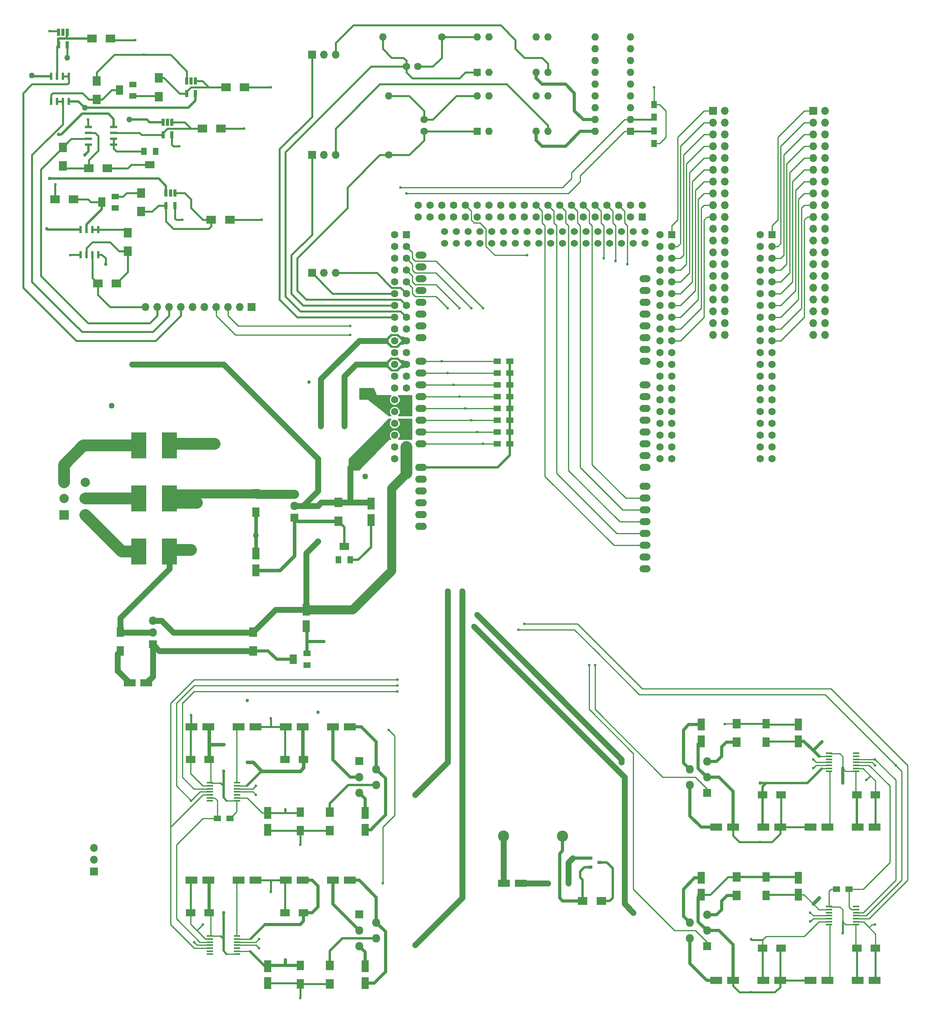
<source format=gbr>
G04 #@! TF.FileFunction,Copper,L1,Top,Signal*
%FSLAX46Y46*%
G04 Gerber Fmt 4.6, Leading zero omitted, Abs format (unit mm)*
G04 Created by KiCad (PCBNEW 4.0.6) date 07/21/17 01:23:24*
%MOMM*%
%LPD*%
G01*
G04 APERTURE LIST*
%ADD10C,0.100000*%
%ADD11O,2.400000X1.524000*%
%ADD12O,2.540000X1.524000*%
%ADD13C,1.524000*%
%ADD14R,1.600200X1.600200*%
%ADD15C,1.600200*%
%ADD16R,1.700000X1.700000*%
%ADD17O,1.700000X1.700000*%
%ADD18R,3.302000X5.588000*%
%ADD19R,2.000000X2.000000*%
%ADD20C,2.000000*%
%ADD21C,1.600000*%
%ADD22R,2.600000X1.600000*%
%ADD23R,1.600000X2.600000*%
%ADD24R,0.900000X0.800000*%
%ADD25R,1.300000X1.500000*%
%ADD26R,1.500000X1.300000*%
%ADD27R,2.000000X1.700000*%
%ADD28R,1.700000X2.000000*%
%ADD29O,1.600000X1.600000*%
%ADD30C,2.400000*%
%ADD31O,2.400000X2.400000*%
%ADD32R,1.800000X1.800000*%
%ADD33O,1.800000X1.800000*%
%ADD34R,1.600000X1.600000*%
%ADD35R,0.650000X1.560000*%
%ADD36R,0.600000X1.550000*%
%ADD37R,1.550000X0.600000*%
%ADD38R,2.000000X1.600000*%
%ADD39R,1.600000X2.000000*%
%ADD40R,1.450000X0.450000*%
%ADD41R,1.600000X1.300000*%
%ADD42R,1.300000X1.600000*%
%ADD43C,0.762000*%
%ADD44C,1.270000*%
%ADD45C,0.600000*%
%ADD46C,0.381000*%
%ADD47C,0.635000*%
%ADD48C,0.508000*%
%ADD49C,2.540000*%
%ADD50C,0.762000*%
%ADD51C,1.270000*%
%ADD52C,1.905000*%
%ADD53C,0.254000*%
%ADD54C,0.250000*%
G04 APERTURE END LIST*
D10*
D11*
X144145000Y-92075000D03*
X144145000Y-89535000D03*
X144145000Y-86995000D03*
X144145000Y-84455000D03*
X144145000Y-81915000D03*
X144145000Y-79375000D03*
X144145000Y-76835000D03*
X144145000Y-74295000D03*
X95885000Y-69215000D03*
X95885000Y-71755000D03*
X95885000Y-74295000D03*
X95885000Y-76835000D03*
X95885000Y-86995000D03*
X95885000Y-92075000D03*
X95885000Y-94615000D03*
X95885000Y-84455000D03*
X95885000Y-81915000D03*
X95885000Y-79375000D03*
X95885000Y-97155000D03*
X95885000Y-99695000D03*
X95885000Y-102235000D03*
X95885000Y-109855000D03*
X95885000Y-107315000D03*
X95885000Y-104775000D03*
D12*
X95885000Y-114935000D03*
X95885000Y-117475000D03*
X95885000Y-120015000D03*
X95885000Y-125095000D03*
X95885000Y-127635000D03*
D11*
X144145000Y-97155000D03*
X144145000Y-99695000D03*
X144145000Y-102235000D03*
X144145000Y-104775000D03*
X144145000Y-107315000D03*
X144145000Y-109855000D03*
X144145000Y-112395000D03*
X144145000Y-114935000D03*
X144145000Y-118999000D03*
X144145000Y-121539000D03*
X144145000Y-124079000D03*
X144145000Y-126619000D03*
X144145000Y-129159000D03*
X144145000Y-131699000D03*
X144145000Y-134239000D03*
X144145000Y-136779000D03*
D12*
X95885000Y-122555000D03*
D13*
X141605000Y-66675000D03*
X141605000Y-64135000D03*
X139065000Y-66675000D03*
X139065000Y-64135000D03*
X136525000Y-66675000D03*
X136525000Y-64135000D03*
X133985000Y-66675000D03*
X133985000Y-64135000D03*
X144145000Y-66675000D03*
X144145000Y-64135000D03*
X131445000Y-64135000D03*
X131445000Y-66675000D03*
X128905000Y-66675000D03*
X128905000Y-64135000D03*
X126365000Y-66675000D03*
X126365000Y-64135000D03*
X123825000Y-66675000D03*
X123825000Y-64135000D03*
X121285000Y-66675000D03*
X121285000Y-64135000D03*
X118745000Y-66675000D03*
X118745000Y-64135000D03*
X116205000Y-66675000D03*
X116205000Y-64135000D03*
X113665000Y-66675000D03*
X113665000Y-64135000D03*
X111125000Y-66675000D03*
X111125000Y-64135000D03*
X108585000Y-66675000D03*
X108585000Y-64135000D03*
X106045000Y-66675000D03*
X106045000Y-64135000D03*
X103505000Y-66675000D03*
X103505000Y-64135000D03*
X100965000Y-66675000D03*
X100965000Y-64135000D03*
D14*
X92710000Y-64770000D03*
D15*
X90170000Y-64770000D03*
X92710000Y-67310000D03*
X90170000Y-67310000D03*
X92710000Y-69850000D03*
X90170000Y-69850000D03*
X92710000Y-72390000D03*
X90170000Y-72390000D03*
X92710000Y-74930000D03*
X90170000Y-74930000D03*
X92710000Y-77470000D03*
X90170000Y-77470000D03*
X92710000Y-80010000D03*
X90170000Y-80010000D03*
X92710000Y-82550000D03*
X90170000Y-82550000D03*
X92710000Y-85090000D03*
X90170000Y-85090000D03*
X92710000Y-87630000D03*
X90170000Y-87630000D03*
X92710000Y-90170000D03*
X90170000Y-90170000D03*
X92710000Y-92710000D03*
X90170000Y-92710000D03*
X92710000Y-95250000D03*
X90170000Y-95250000D03*
X92710000Y-97790000D03*
X90170000Y-97790000D03*
X92710000Y-100330000D03*
X90170000Y-100330000D03*
X92710000Y-102870000D03*
X90170000Y-102870000D03*
X92710000Y-105410000D03*
X90170000Y-105410000D03*
X92710000Y-107950000D03*
X90170000Y-107950000D03*
X92710000Y-110490000D03*
X90170000Y-110490000D03*
X92710000Y-113030000D03*
X90170000Y-113030000D03*
D14*
X143510000Y-60960000D03*
D15*
X143510000Y-58420000D03*
X140970000Y-60960000D03*
X140970000Y-58420000D03*
X138430000Y-60960000D03*
X138430000Y-58420000D03*
X135890000Y-60960000D03*
X135890000Y-58420000D03*
X133350000Y-60960000D03*
X133350000Y-58420000D03*
X130810000Y-60960000D03*
X130810000Y-58420000D03*
X128270000Y-60960000D03*
X128270000Y-58420000D03*
X125730000Y-60960000D03*
X125730000Y-58420000D03*
X123190000Y-60960000D03*
X123190000Y-58420000D03*
X120650000Y-60960000D03*
X120650000Y-58420000D03*
X118110000Y-60960000D03*
X118110000Y-58420000D03*
X115570000Y-60960000D03*
X115570000Y-58420000D03*
X113030000Y-60960000D03*
X113030000Y-58420000D03*
X110490000Y-60960000D03*
X110490000Y-58420000D03*
X107950000Y-60960000D03*
X107950000Y-58420000D03*
X105410000Y-60960000D03*
X105410000Y-58420000D03*
X102870000Y-60960000D03*
X102870000Y-58420000D03*
X100330000Y-60960000D03*
X100330000Y-58420000D03*
X97790000Y-60960000D03*
X97790000Y-58420000D03*
X95250000Y-60960000D03*
X95250000Y-58420000D03*
D14*
X149860000Y-64770000D03*
D15*
X147320000Y-64770000D03*
X149860000Y-67310000D03*
X147320000Y-67310000D03*
X149860000Y-69850000D03*
X147320000Y-69850000D03*
X149860000Y-72390000D03*
X147320000Y-72390000D03*
X149860000Y-74930000D03*
X147320000Y-74930000D03*
X149860000Y-77470000D03*
X147320000Y-77470000D03*
X149860000Y-80010000D03*
X147320000Y-80010000D03*
X149860000Y-82550000D03*
X147320000Y-82550000D03*
X149860000Y-85090000D03*
X147320000Y-85090000D03*
X149860000Y-87630000D03*
X147320000Y-87630000D03*
X149860000Y-90170000D03*
X147320000Y-90170000D03*
X149860000Y-92710000D03*
X147320000Y-92710000D03*
X149860000Y-95250000D03*
X147320000Y-95250000D03*
X149860000Y-97790000D03*
X147320000Y-97790000D03*
X149860000Y-100330000D03*
X147320000Y-100330000D03*
X149860000Y-102870000D03*
X147320000Y-102870000D03*
X149860000Y-105410000D03*
X147320000Y-105410000D03*
X149860000Y-107950000D03*
X147320000Y-107950000D03*
X149860000Y-110490000D03*
X147320000Y-110490000D03*
X149860000Y-113030000D03*
X147320000Y-113030000D03*
D14*
X171450000Y-64770000D03*
D15*
X168910000Y-64770000D03*
X171450000Y-67310000D03*
X168910000Y-67310000D03*
X171450000Y-69850000D03*
X168910000Y-69850000D03*
X171450000Y-72390000D03*
X168910000Y-72390000D03*
X171450000Y-74930000D03*
X168910000Y-74930000D03*
X171450000Y-77470000D03*
X168910000Y-77470000D03*
X171450000Y-80010000D03*
X168910000Y-80010000D03*
X171450000Y-82550000D03*
X168910000Y-82550000D03*
X171450000Y-85090000D03*
X168910000Y-85090000D03*
X171450000Y-87630000D03*
X168910000Y-87630000D03*
X171450000Y-90170000D03*
X168910000Y-90170000D03*
X171450000Y-92710000D03*
X168910000Y-92710000D03*
X171450000Y-95250000D03*
X168910000Y-95250000D03*
X171450000Y-97790000D03*
X168910000Y-97790000D03*
X171450000Y-100330000D03*
X168910000Y-100330000D03*
X171450000Y-102870000D03*
X168910000Y-102870000D03*
X171450000Y-105410000D03*
X168910000Y-105410000D03*
X171450000Y-107950000D03*
X168910000Y-107950000D03*
X171450000Y-110490000D03*
X168910000Y-110490000D03*
X171450000Y-113030000D03*
X168910000Y-113030000D03*
D16*
X72390000Y-47625000D03*
D17*
X74930000Y-47625000D03*
X77470000Y-47625000D03*
D16*
X158750000Y-38100000D03*
D17*
X161290000Y-38100000D03*
X158750000Y-40640000D03*
X161290000Y-40640000D03*
X158750000Y-43180000D03*
X161290000Y-43180000D03*
X158750000Y-45720000D03*
X161290000Y-45720000D03*
X158750000Y-48260000D03*
X161290000Y-48260000D03*
X158750000Y-50800000D03*
X161290000Y-50800000D03*
X158750000Y-53340000D03*
X161290000Y-53340000D03*
X158750000Y-55880000D03*
X161290000Y-55880000D03*
X158750000Y-58420000D03*
X161290000Y-58420000D03*
X158750000Y-60960000D03*
X161290000Y-60960000D03*
X158750000Y-63500000D03*
X161290000Y-63500000D03*
X158750000Y-66040000D03*
X161290000Y-66040000D03*
X158750000Y-68580000D03*
X161290000Y-68580000D03*
X158750000Y-71120000D03*
X161290000Y-71120000D03*
X158750000Y-73660000D03*
X161290000Y-73660000D03*
X158750000Y-76200000D03*
X161290000Y-76200000D03*
X158750000Y-78740000D03*
X161290000Y-78740000D03*
X158750000Y-81280000D03*
X161290000Y-81280000D03*
X158750000Y-83820000D03*
X161290000Y-83820000D03*
X158750000Y-86360000D03*
X161290000Y-86360000D03*
D18*
X41719500Y-133032500D03*
X35115500Y-133032500D03*
D19*
X18972500Y-125102500D03*
D20*
X18972500Y-121602500D03*
X18972500Y-118102500D03*
X23572500Y-125102500D03*
X23572500Y-121602500D03*
X23572500Y-118102500D03*
D21*
X96520000Y-40005000D03*
X96520000Y-42505000D03*
X92710000Y-28575000D03*
X95210000Y-28575000D03*
D22*
X70380000Y-170815000D03*
X66780000Y-170815000D03*
D23*
X62865000Y-192935000D03*
X62865000Y-189335000D03*
D22*
X50060000Y-170815000D03*
X46460000Y-170815000D03*
X70380000Y-203835000D03*
X66780000Y-203835000D03*
D23*
X62865000Y-225955000D03*
X62865000Y-222355000D03*
D22*
X50060000Y-203835000D03*
X46460000Y-203835000D03*
X56620000Y-203835000D03*
X60220000Y-203835000D03*
X56620000Y-170815000D03*
X60220000Y-170815000D03*
D23*
X83820000Y-192935000D03*
X83820000Y-189335000D03*
D22*
X80540000Y-170815000D03*
X76940000Y-170815000D03*
D23*
X83820000Y-225955000D03*
X83820000Y-222355000D03*
D22*
X80540000Y-203835000D03*
X76940000Y-203835000D03*
X169650000Y-225425000D03*
X173250000Y-225425000D03*
D23*
X177165000Y-203305000D03*
X177165000Y-206905000D03*
D22*
X189970000Y-225425000D03*
X193570000Y-225425000D03*
X169650000Y-192405000D03*
X173250000Y-192405000D03*
D23*
X177165000Y-170285000D03*
X177165000Y-173885000D03*
D22*
X189970000Y-192405000D03*
X193570000Y-192405000D03*
X183410000Y-192405000D03*
X179810000Y-192405000D03*
X183410000Y-225425000D03*
X179810000Y-225425000D03*
D23*
X156210000Y-203305000D03*
X156210000Y-206905000D03*
D22*
X159490000Y-225425000D03*
X163090000Y-225425000D03*
D23*
X156210000Y-170285000D03*
X156210000Y-173885000D03*
D22*
X159490000Y-192405000D03*
X163090000Y-192405000D03*
D23*
X60325000Y-137055000D03*
X60325000Y-133455000D03*
D22*
X33125000Y-161290000D03*
X36725000Y-161290000D03*
D23*
X85090000Y-122660000D03*
X85090000Y-126260000D03*
X71120000Y-149120000D03*
X71120000Y-145520000D03*
D22*
X113770000Y-204470000D03*
X117370000Y-204470000D03*
D16*
X59372500Y-80327500D03*
D17*
X56832500Y-80327500D03*
X54292500Y-80327500D03*
X51752500Y-80327500D03*
X49212500Y-80327500D03*
X46672500Y-80327500D03*
X44132500Y-80327500D03*
X41592500Y-80327500D03*
X39052500Y-80327500D03*
X36512500Y-80327500D03*
D16*
X25400000Y-201930000D03*
D17*
X25400000Y-199390000D03*
X25400000Y-196850000D03*
D24*
X132350000Y-199075000D03*
X132350000Y-200975000D03*
X134350000Y-200025000D03*
D25*
X146050000Y-45165000D03*
X146050000Y-42465000D03*
X146050000Y-36750000D03*
X146050000Y-39450000D03*
D26*
X112315000Y-109855000D03*
X115015000Y-109855000D03*
X112315000Y-104775000D03*
X115015000Y-104775000D03*
X112315000Y-99695000D03*
X115015000Y-99695000D03*
X112315000Y-94615000D03*
X115015000Y-94615000D03*
X112315000Y-107315000D03*
X115015000Y-107315000D03*
X112315000Y-102235000D03*
X115015000Y-102235000D03*
X112315000Y-97155000D03*
X115015000Y-97155000D03*
X112315000Y-92075000D03*
X115015000Y-92075000D03*
D27*
X48800000Y-41910000D03*
X52800000Y-41910000D03*
X24987500Y-22542500D03*
X28987500Y-22542500D03*
X24352500Y-50482500D03*
X28352500Y-50482500D03*
D28*
X18732500Y-45942500D03*
X18732500Y-49942500D03*
D27*
X53880000Y-33020000D03*
X57880000Y-33020000D03*
D28*
X39370000Y-35020000D03*
X39370000Y-31020000D03*
D21*
X88900000Y-47625000D03*
D29*
X88900000Y-34925000D03*
D21*
X100330000Y-22225000D03*
D29*
X87630000Y-22225000D03*
D26*
X51990000Y-190500000D03*
X54690000Y-190500000D03*
D28*
X76200000Y-189135000D03*
X76200000Y-193135000D03*
X76200000Y-222155000D03*
X76200000Y-226155000D03*
D26*
X188040000Y-205740000D03*
X185340000Y-205740000D03*
D28*
X163830000Y-174085000D03*
X163830000Y-170085000D03*
X163830000Y-207105000D03*
X163830000Y-203105000D03*
X78105000Y-122460000D03*
X78105000Y-126460000D03*
X59690000Y-154400000D03*
X59690000Y-150400000D03*
D27*
X130715000Y-208280000D03*
X134715000Y-208280000D03*
D28*
X26035000Y-31655000D03*
X26035000Y-35655000D03*
D27*
X50705000Y-61595000D03*
X54705000Y-61595000D03*
D28*
X35560000Y-55785000D03*
X35560000Y-59785000D03*
D27*
X17050000Y-57150000D03*
X21050000Y-57150000D03*
D28*
X32702500Y-68357500D03*
X32702500Y-64357500D03*
D27*
X26257500Y-75247500D03*
X30257500Y-75247500D03*
D30*
X113665000Y-194310000D03*
D31*
X126365000Y-194310000D03*
D32*
X68580000Y-125730000D03*
D33*
X68580000Y-123190000D03*
X68580000Y-120650000D03*
D32*
X38100000Y-153035000D03*
D33*
X38100000Y-150495000D03*
X38100000Y-147955000D03*
D34*
X140970000Y-42545000D03*
D29*
X133350000Y-22225000D03*
X140970000Y-40005000D03*
X133350000Y-24765000D03*
X140970000Y-37465000D03*
X133350000Y-27305000D03*
X140970000Y-34925000D03*
X133350000Y-29845000D03*
X140970000Y-32385000D03*
X133350000Y-32385000D03*
X140970000Y-29845000D03*
X133350000Y-34925000D03*
X140970000Y-27305000D03*
X133350000Y-37465000D03*
X140970000Y-24765000D03*
X133350000Y-40005000D03*
X140970000Y-22225000D03*
X133350000Y-42545000D03*
D34*
X107950000Y-42545000D03*
D29*
X123190000Y-34925000D03*
X110490000Y-42545000D03*
X120650000Y-34925000D03*
X120650000Y-42545000D03*
X110490000Y-34925000D03*
X123190000Y-42545000D03*
X107950000Y-34925000D03*
D34*
X107950000Y-29845000D03*
D29*
X123190000Y-22225000D03*
X110490000Y-29845000D03*
X120650000Y-22225000D03*
X120650000Y-29845000D03*
X110490000Y-22225000D03*
X123190000Y-29845000D03*
X107950000Y-22225000D03*
D35*
X42225000Y-40560000D03*
X41275000Y-40560000D03*
X40325000Y-40560000D03*
X40325000Y-43260000D03*
X42225000Y-43260000D03*
X19682500Y-21192500D03*
X18732500Y-21192500D03*
X17782500Y-21192500D03*
X17782500Y-23892500D03*
X19682500Y-23892500D03*
D36*
X20002500Y-30637500D03*
X18732500Y-30637500D03*
X17462500Y-30637500D03*
X16192500Y-30637500D03*
X16192500Y-36037500D03*
X17462500Y-36037500D03*
X18732500Y-36037500D03*
X20002500Y-36037500D03*
D37*
X29687500Y-45402500D03*
X29687500Y-44132500D03*
X29687500Y-42862500D03*
X29687500Y-41592500D03*
X24287500Y-41592500D03*
X24287500Y-42862500D03*
X24287500Y-44132500D03*
X24287500Y-45402500D03*
D35*
X47305000Y-31670000D03*
X46355000Y-31670000D03*
X45405000Y-31670000D03*
X45405000Y-34370000D03*
X47305000Y-34370000D03*
X42860000Y-55800000D03*
X41910000Y-55800000D03*
X40960000Y-55800000D03*
X40960000Y-58500000D03*
X42860000Y-58500000D03*
D36*
X26352500Y-63657500D03*
X25082500Y-63657500D03*
X23812500Y-63657500D03*
X22542500Y-63657500D03*
X22542500Y-69057500D03*
X23812500Y-69057500D03*
X25082500Y-69057500D03*
X26352500Y-69057500D03*
D38*
X70580000Y-177800000D03*
X66580000Y-177800000D03*
D39*
X69850000Y-189135000D03*
X69850000Y-193135000D03*
D38*
X50260000Y-177800000D03*
X46260000Y-177800000D03*
X70580000Y-210820000D03*
X66580000Y-210820000D03*
D39*
X69850000Y-222155000D03*
X69850000Y-226155000D03*
D38*
X169450000Y-218440000D03*
X173450000Y-218440000D03*
D39*
X170180000Y-207105000D03*
X170180000Y-203105000D03*
D38*
X189770000Y-218440000D03*
X193770000Y-218440000D03*
X169450000Y-185420000D03*
X173450000Y-185420000D03*
D39*
X170180000Y-174085000D03*
X170180000Y-170085000D03*
D38*
X189770000Y-185420000D03*
X193770000Y-185420000D03*
D39*
X60325000Y-120555000D03*
X60325000Y-124555000D03*
X31115000Y-154400000D03*
X31115000Y-150400000D03*
D38*
X50260000Y-210820000D03*
X46260000Y-210820000D03*
D16*
X72390000Y-73025000D03*
D17*
X74930000Y-73025000D03*
X77470000Y-73025000D03*
D16*
X72390000Y-26035000D03*
D17*
X74930000Y-26035000D03*
X77470000Y-26035000D03*
D16*
X180340000Y-38100000D03*
D17*
X182880000Y-38100000D03*
X180340000Y-40640000D03*
X182880000Y-40640000D03*
X180340000Y-43180000D03*
X182880000Y-43180000D03*
X180340000Y-45720000D03*
X182880000Y-45720000D03*
X180340000Y-48260000D03*
X182880000Y-48260000D03*
X180340000Y-50800000D03*
X182880000Y-50800000D03*
X180340000Y-53340000D03*
X182880000Y-53340000D03*
X180340000Y-55880000D03*
X182880000Y-55880000D03*
X180340000Y-58420000D03*
X182880000Y-58420000D03*
X180340000Y-60960000D03*
X182880000Y-60960000D03*
X180340000Y-63500000D03*
X182880000Y-63500000D03*
X180340000Y-66040000D03*
X182880000Y-66040000D03*
X180340000Y-68580000D03*
X182880000Y-68580000D03*
X180340000Y-71120000D03*
X182880000Y-71120000D03*
X180340000Y-73660000D03*
X182880000Y-73660000D03*
X180340000Y-76200000D03*
X182880000Y-76200000D03*
X180340000Y-78740000D03*
X182880000Y-78740000D03*
X180340000Y-81280000D03*
X182880000Y-81280000D03*
X180340000Y-83820000D03*
X182880000Y-83820000D03*
X180340000Y-86360000D03*
X182880000Y-86360000D03*
D40*
X56290000Y-219755000D03*
X56290000Y-219105000D03*
X56290000Y-218455000D03*
X56290000Y-217805000D03*
X56290000Y-217155000D03*
X56290000Y-216505000D03*
X56290000Y-215855000D03*
X50390000Y-215855000D03*
X50390000Y-216505000D03*
X50390000Y-217155000D03*
X50390000Y-217805000D03*
X50390000Y-218455000D03*
X50390000Y-219105000D03*
X50390000Y-219755000D03*
X56290000Y-186735000D03*
X56290000Y-186085000D03*
X56290000Y-185435000D03*
X56290000Y-184785000D03*
X56290000Y-184135000D03*
X56290000Y-183485000D03*
X56290000Y-182835000D03*
X50390000Y-182835000D03*
X50390000Y-183485000D03*
X50390000Y-184135000D03*
X50390000Y-184785000D03*
X50390000Y-185435000D03*
X50390000Y-186085000D03*
X50390000Y-186735000D03*
X183740000Y-176485000D03*
X183740000Y-177135000D03*
X183740000Y-177785000D03*
X183740000Y-178435000D03*
X183740000Y-179085000D03*
X183740000Y-179735000D03*
X183740000Y-180385000D03*
X189640000Y-180385000D03*
X189640000Y-179735000D03*
X189640000Y-179085000D03*
X189640000Y-178435000D03*
X189640000Y-177785000D03*
X189640000Y-177135000D03*
X189640000Y-176485000D03*
X183740000Y-209505000D03*
X183740000Y-210155000D03*
X183740000Y-210805000D03*
X183740000Y-211455000D03*
X183740000Y-212105000D03*
X183740000Y-212755000D03*
X183740000Y-213405000D03*
X189640000Y-213405000D03*
X189640000Y-212755000D03*
X189640000Y-212105000D03*
X189640000Y-211455000D03*
X189640000Y-210805000D03*
X189640000Y-210155000D03*
X189640000Y-209505000D03*
D18*
X41719500Y-121602500D03*
X35115500Y-121602500D03*
X41719500Y-110172500D03*
X35115500Y-110172500D03*
D32*
X82550000Y-178181000D03*
D33*
X86250000Y-179881000D03*
X82550000Y-181581000D03*
X86250000Y-183281000D03*
X82550000Y-184981000D03*
D32*
X82550000Y-211201000D03*
D33*
X86250000Y-212901000D03*
X82550000Y-214601000D03*
X86250000Y-216301000D03*
X82550000Y-218001000D03*
D32*
X157480000Y-218059000D03*
D33*
X153780000Y-216359000D03*
X157480000Y-214659000D03*
X153780000Y-212959000D03*
X157480000Y-211259000D03*
D32*
X157480000Y-185039000D03*
D33*
X153780000Y-183339000D03*
X157480000Y-181639000D03*
X153780000Y-179939000D03*
X157480000Y-178239000D03*
D41*
X71300000Y-154960000D03*
X71300000Y-157460000D03*
D39*
X68400000Y-156210000D03*
D42*
X80625000Y-134800000D03*
X78125000Y-134800000D03*
D38*
X79375000Y-131900000D03*
D41*
X30025000Y-56535000D03*
X30025000Y-59035000D03*
D39*
X27125000Y-57785000D03*
D42*
X36215000Y-46810000D03*
X38715000Y-46810000D03*
D38*
X37465000Y-49710000D03*
D41*
X33835000Y-32405000D03*
X33835000Y-34905000D03*
D39*
X30935000Y-33655000D03*
D43*
X58420000Y-165100000D03*
X73660000Y-207645000D03*
X71755000Y-96520000D03*
D44*
X23495000Y-37465000D03*
D43*
X23495000Y-47625000D03*
X27940000Y-71120000D03*
D44*
X47625000Y-122555000D03*
D45*
X167005000Y-216535000D03*
D43*
X168910000Y-182880000D03*
X58420000Y-178435000D03*
D45*
X137160000Y-205105000D03*
X83820000Y-133350000D03*
X168910000Y-195580000D03*
X167005000Y-227965000D03*
X63500000Y-206375000D03*
X44450000Y-61595000D03*
X43815000Y-45720000D03*
X36195000Y-26035000D03*
X74930000Y-152400000D03*
X161290000Y-170180000D03*
X193675000Y-213360000D03*
X191770000Y-182245000D03*
X48895000Y-213360000D03*
X69850000Y-229235000D03*
X69850000Y-196215000D03*
X63500000Y-168910000D03*
X46355000Y-168275000D03*
X20320000Y-69215000D03*
X17145000Y-53975000D03*
X24130000Y-40005000D03*
X15875000Y-20955000D03*
D44*
X30480000Y-158750000D03*
X60325000Y-129540000D03*
X83820000Y-99060000D03*
D43*
X15875000Y-52705000D03*
D44*
X12065000Y-30480000D03*
D43*
X17780000Y-43180000D03*
X15240000Y-63500000D03*
D44*
X46355000Y-132715000D03*
D43*
X73660000Y-167640000D03*
X182245000Y-173990000D03*
X181610000Y-207645000D03*
D45*
X66675000Y-188595000D03*
D43*
X66675000Y-220980000D03*
X53340000Y-174625000D03*
D44*
X83820000Y-116840000D03*
D45*
X146050000Y-33020000D03*
D43*
X53340000Y-210820000D03*
D44*
X51435000Y-109855000D03*
D43*
X186690000Y-182880000D03*
D45*
X186690000Y-215265000D03*
D43*
X53340000Y-180340000D03*
D44*
X94615000Y-185420000D03*
X79375000Y-106045000D03*
X101600000Y-141605000D03*
D45*
X60325000Y-185420000D03*
D44*
X94615000Y-217805000D03*
X104775000Y-141605000D03*
D45*
X60960000Y-218440000D03*
D44*
X107315000Y-149225000D03*
X74295000Y-106045000D03*
X141605000Y-210820000D03*
D45*
X179705000Y-212725000D03*
D44*
X107950000Y-146685000D03*
X139065000Y-178435000D03*
D45*
X180340000Y-179705000D03*
D44*
X19685000Y-26670000D03*
X33655000Y-92710000D03*
X33020000Y-40005000D03*
X73660000Y-130810000D03*
X29210000Y-101600000D03*
D45*
X34290000Y-22860000D03*
X63500000Y-33020000D03*
X57785000Y-41910000D03*
X61595000Y-61595000D03*
X92710000Y-55880000D03*
X91440000Y-54610000D03*
X137795000Y-70485000D03*
X118110000Y-148590000D03*
X90805000Y-163195000D03*
X140335000Y-71120000D03*
X116840000Y-149860000D03*
X193675000Y-179070000D03*
X198120000Y-179070000D03*
X90805000Y-161925000D03*
X46355000Y-186690000D03*
X46990000Y-217170000D03*
X90805000Y-160655000D03*
X193662300Y-177787300D03*
X109220000Y-109855000D03*
X109220000Y-80645000D03*
X107950000Y-107315000D03*
X106680000Y-104775000D03*
X106680000Y-80645000D03*
X105410000Y-102235000D03*
X104140000Y-99695000D03*
X104140000Y-80645000D03*
X102870000Y-97155000D03*
X101600000Y-94615000D03*
X101600000Y-80645000D03*
X100330000Y-92075000D03*
X118745000Y-69215000D03*
X80645000Y-84455000D03*
X80645000Y-86360000D03*
X133350000Y-157480000D03*
X132080000Y-157480000D03*
X88900000Y-171450000D03*
X87630000Y-204470000D03*
D44*
X127635000Y-204470000D03*
X123190000Y-204470000D03*
D45*
X60325000Y-183515000D03*
X60960000Y-216535000D03*
X180340000Y-177800000D03*
X179705000Y-210820000D03*
X135255000Y-69850000D03*
D46*
X88900000Y-47625000D02*
X86995000Y-47625000D01*
X80010000Y-54610000D02*
X80010000Y-59055000D01*
X80010000Y-59055000D02*
X69215000Y-69850000D01*
X69215000Y-69850000D02*
X69215000Y-76835000D01*
X69215000Y-76835000D02*
X71120000Y-78740000D01*
X71120000Y-78740000D02*
X91440000Y-78740000D01*
X91440000Y-78740000D02*
X92710000Y-80010000D01*
X86995000Y-47625000D02*
X80010000Y-54610000D01*
X88900000Y-47625000D02*
X93345000Y-47625000D01*
X96520000Y-44450000D02*
X96520000Y-42505000D01*
X93345000Y-47625000D02*
X96520000Y-44450000D01*
X107950000Y-42545000D02*
X107910000Y-42505000D01*
X107910000Y-42505000D02*
X96520000Y-42505000D01*
X92710000Y-28575000D02*
X85090000Y-28575000D01*
X83185000Y-30480000D02*
X66675000Y-46990000D01*
X66675000Y-46990000D02*
X66675000Y-78105000D01*
X66675000Y-78105000D02*
X69850000Y-81280000D01*
X69850000Y-81280000D02*
X91440000Y-81280000D01*
X91440000Y-81280000D02*
X92710000Y-82550000D01*
X83185000Y-30480000D02*
X83820000Y-29845000D01*
X85090000Y-28575000D02*
X83820000Y-29845000D01*
X87630000Y-22225000D02*
X87630000Y-24765000D01*
X92710000Y-27305000D02*
X92710000Y-28575000D01*
X92075000Y-26670000D02*
X92710000Y-27305000D01*
X89535000Y-26670000D02*
X92075000Y-26670000D01*
X87630000Y-24765000D02*
X89535000Y-26670000D01*
X107950000Y-29845000D02*
X105410000Y-29845000D01*
X92710000Y-29845000D02*
X92710000Y-28575000D01*
X93980000Y-31115000D02*
X92710000Y-29845000D01*
X104140000Y-31115000D02*
X93980000Y-31115000D01*
X105410000Y-29845000D02*
X104140000Y-31115000D01*
X107950000Y-29845000D02*
X107950000Y-30480000D01*
D47*
X159490000Y-192405000D02*
X156210000Y-192405000D01*
X153780000Y-189975000D02*
X153780000Y-183339000D01*
X156210000Y-192405000D02*
X153780000Y-189975000D01*
X157215000Y-225160000D02*
X157480000Y-225425000D01*
X153780000Y-216359000D02*
X153780000Y-221725000D01*
X157215000Y-225160000D02*
X153780000Y-221725000D01*
X157480000Y-225425000D02*
X159490000Y-225425000D01*
X70580000Y-210820000D02*
X72390000Y-210820000D01*
X73660000Y-209550000D02*
X73660000Y-207645000D01*
X72390000Y-210820000D02*
X73660000Y-209550000D01*
X70380000Y-203835000D02*
X72390000Y-203835000D01*
X72390000Y-203835000D02*
X73660000Y-205105000D01*
X73660000Y-205105000D02*
X73660000Y-207645000D01*
D48*
X23495000Y-37465000D02*
X45720000Y-37465000D01*
X47305000Y-35880000D02*
X47305000Y-34370000D01*
X45720000Y-37465000D02*
X47305000Y-35880000D01*
X20002500Y-36037500D02*
X22067500Y-36037500D01*
X22067500Y-36037500D02*
X23495000Y-37465000D01*
X24287500Y-45402500D02*
X24287500Y-46832500D01*
X24287500Y-46832500D02*
X23495000Y-47625000D01*
D46*
X26352500Y-69057500D02*
X27147500Y-69057500D01*
X27940000Y-69850000D02*
X27940000Y-71120000D01*
X27147500Y-69057500D02*
X27940000Y-69850000D01*
D49*
X42672000Y-122555000D02*
X47625000Y-122555000D01*
X41719500Y-121602500D02*
X42672000Y-122555000D01*
D46*
X169450000Y-216630000D02*
X167100000Y-216630000D01*
X167100000Y-216630000D02*
X167005000Y-216535000D01*
D48*
X170180000Y-182880000D02*
X168910000Y-182880000D01*
D50*
X61595000Y-180340000D02*
X59690000Y-178435000D01*
X59690000Y-178435000D02*
X58420000Y-178435000D01*
D51*
X60325000Y-120555000D02*
X60420000Y-120650000D01*
D52*
X60420000Y-120650000D02*
X68580000Y-120650000D01*
D51*
X41719500Y-121602500D02*
X42767000Y-120555000D01*
D52*
X42767000Y-120555000D02*
X60325000Y-120555000D01*
D46*
X70580000Y-204035000D02*
X70380000Y-203835000D01*
D53*
X56134000Y-216496900D02*
X59093100Y-216496900D01*
D47*
X70580000Y-212630000D02*
X70580000Y-210820000D01*
X69850000Y-213360000D02*
X70580000Y-212630000D01*
X62230000Y-213360000D02*
X69850000Y-213360000D01*
D48*
X59093100Y-216496900D02*
X62230000Y-213360000D01*
D53*
X56134000Y-183476900D02*
X58381900Y-183476900D01*
D50*
X70580000Y-179610000D02*
X70580000Y-177800000D01*
X69850000Y-180340000D02*
X70580000Y-179610000D01*
D53*
X61518800Y-180340000D02*
X61595000Y-180340000D01*
D50*
X61595000Y-180340000D02*
X69850000Y-180340000D01*
D48*
X58381900Y-183476900D02*
X61518800Y-180340000D01*
D50*
X70380000Y-170815000D02*
X70380000Y-177600000D01*
D46*
X70380000Y-177600000D02*
X70580000Y-177800000D01*
D53*
X183896000Y-179743100D02*
X182206900Y-179743100D01*
D48*
X169450000Y-183610000D02*
X169450000Y-185420000D01*
X170180000Y-182880000D02*
X169450000Y-183610000D01*
X179070000Y-182880000D02*
X170180000Y-182880000D01*
X182206900Y-179743100D02*
X179070000Y-182880000D01*
X169450000Y-185420000D02*
X169450000Y-192205000D01*
D46*
X169450000Y-192205000D02*
X169650000Y-192405000D01*
D53*
X183896000Y-212763100D02*
X181571900Y-212763100D01*
X169450000Y-216630000D02*
X169450000Y-218440000D01*
X170180000Y-215900000D02*
X169450000Y-216630000D01*
X178435000Y-215900000D02*
X170180000Y-215900000D01*
X181571900Y-212763100D02*
X178435000Y-215900000D01*
D46*
X169450000Y-218440000D02*
X169450000Y-225225000D01*
X169450000Y-225225000D02*
X169650000Y-225425000D01*
D53*
X169450000Y-225225000D02*
X169650000Y-225425000D01*
D48*
X134715000Y-208280000D02*
X136525000Y-208280000D01*
X135890000Y-200025000D02*
X137160000Y-201295000D01*
X137160000Y-201295000D02*
X137160000Y-205105000D01*
X135890000Y-200025000D02*
X134350000Y-200025000D01*
X137160000Y-207645000D02*
X137160000Y-205105000D01*
X136525000Y-208280000D02*
X137160000Y-207645000D01*
D47*
X157480000Y-181639000D02*
X160049000Y-181639000D01*
X163090000Y-187249000D02*
X163090000Y-192405000D01*
X163090000Y-184680000D02*
X163090000Y-187249000D01*
X160049000Y-181639000D02*
X163090000Y-184680000D01*
D46*
X163090000Y-192405000D02*
X163090000Y-194205000D01*
X163090000Y-194205000D02*
X164465000Y-195580000D01*
X164465000Y-195580000D02*
X166265000Y-195580000D01*
X173250000Y-193780000D02*
X173250000Y-192405000D01*
X168910000Y-195580000D02*
X166265000Y-195580000D01*
X168910000Y-195580000D02*
X170075000Y-195580000D01*
X171450000Y-195580000D02*
X170075000Y-195580000D01*
X173250000Y-193780000D02*
X171450000Y-195580000D01*
X163090000Y-225425000D02*
X163090000Y-226590000D01*
X172085000Y-227965000D02*
X173250000Y-226800000D01*
X173250000Y-226800000D02*
X173250000Y-225425000D01*
X167005000Y-227965000D02*
X170710000Y-227965000D01*
X165630000Y-227965000D02*
X167005000Y-227965000D01*
X170710000Y-227965000D02*
X172085000Y-227965000D01*
X164465000Y-227965000D02*
X165630000Y-227965000D01*
X163090000Y-226590000D02*
X164465000Y-227965000D01*
D47*
X157480000Y-214659000D02*
X160049000Y-214659000D01*
X163090000Y-220269000D02*
X163090000Y-225425000D01*
X163090000Y-217700000D02*
X163090000Y-220269000D01*
X160049000Y-214659000D02*
X163090000Y-217700000D01*
X88265000Y-221510000D02*
X88265000Y-223520000D01*
X88265000Y-221510000D02*
X88265000Y-214916000D01*
X86250000Y-212901000D02*
X88265000Y-214916000D01*
X85830000Y-225955000D02*
X83820000Y-225955000D01*
X88265000Y-223520000D02*
X85830000Y-225955000D01*
X80540000Y-203835000D02*
X82550000Y-203835000D01*
X86250000Y-207535000D02*
X86250000Y-212901000D01*
X82550000Y-203835000D02*
X86250000Y-207535000D01*
X85725000Y-192300000D02*
X85090000Y-192935000D01*
X88265000Y-189760000D02*
X88265000Y-181896000D01*
X86250000Y-179881000D02*
X88265000Y-181896000D01*
X85725000Y-192300000D02*
X88265000Y-189760000D01*
X85090000Y-192935000D02*
X83820000Y-192935000D01*
X83132500Y-170867500D02*
X83080000Y-170815000D01*
X83080000Y-170815000D02*
X80540000Y-170815000D01*
D46*
X63500000Y-203835000D02*
X63500000Y-206375000D01*
X42860000Y-58500000D02*
X42860000Y-61275000D01*
X43180000Y-61595000D02*
X44450000Y-61595000D01*
X42860000Y-61275000D02*
X43180000Y-61595000D01*
X42225000Y-43260000D02*
X42225000Y-45400000D01*
X42545000Y-45720000D02*
X43815000Y-45720000D01*
X42225000Y-45400000D02*
X42545000Y-45720000D01*
X45405000Y-31670000D02*
X45405000Y-29530000D01*
X26035000Y-29845000D02*
X29845000Y-26035000D01*
X29845000Y-26035000D02*
X36195000Y-26035000D01*
X26035000Y-29845000D02*
X26035000Y-31655000D01*
X41910000Y-26035000D02*
X36195000Y-26035000D01*
X45405000Y-29530000D02*
X41910000Y-26035000D01*
D47*
X71300000Y-152400000D02*
X74930000Y-152400000D01*
X71300000Y-154960000D02*
X71300000Y-152400000D01*
X71300000Y-152400000D02*
X71300000Y-149300000D01*
X71300000Y-149300000D02*
X71120000Y-149120000D01*
D48*
X80625000Y-134800000D02*
X82370000Y-134800000D01*
X85090000Y-132080000D02*
X85090000Y-126260000D01*
X82370000Y-134800000D02*
X83820000Y-133350000D01*
X83820000Y-133350000D02*
X85090000Y-132080000D01*
D53*
X163830000Y-170085000D02*
X161385000Y-170085000D01*
X161385000Y-170085000D02*
X161290000Y-170180000D01*
X192405000Y-213995000D02*
X193040000Y-213360000D01*
X193040000Y-213360000D02*
X193675000Y-213360000D01*
D46*
X156210000Y-206905000D02*
X158220000Y-206905000D01*
X162020000Y-203105000D02*
X163830000Y-203105000D01*
X158220000Y-206905000D02*
X162020000Y-203105000D01*
D53*
X192684400Y-181330600D02*
X191770000Y-182245000D01*
X47625000Y-214630000D02*
X48895000Y-213360000D01*
D46*
X46260000Y-210820000D02*
X46260000Y-204035000D01*
X46260000Y-204035000D02*
X46460000Y-203835000D01*
D53*
X50546000Y-216496900D02*
X49491900Y-216496900D01*
X46260000Y-213265000D02*
X46260000Y-210820000D01*
X49491900Y-216496900D02*
X47625000Y-214630000D01*
X47625000Y-214630000D02*
X46260000Y-213265000D01*
D46*
X69850000Y-226155000D02*
X69850000Y-229235000D01*
X69850000Y-193135000D02*
X69850000Y-196215000D01*
X63500000Y-170815000D02*
X63500000Y-168910000D01*
X46460000Y-170815000D02*
X46355000Y-170710000D01*
X46355000Y-170710000D02*
X46355000Y-168275000D01*
X22542500Y-69057500D02*
X20477500Y-69057500D01*
X20477500Y-69057500D02*
X20320000Y-69215000D01*
X17050000Y-57150000D02*
X17050000Y-54070000D01*
X17050000Y-54070000D02*
X17145000Y-53975000D01*
X24287500Y-41592500D02*
X24130000Y-41435000D01*
X24130000Y-41435000D02*
X24130000Y-40005000D01*
X17782500Y-21192500D02*
X17545000Y-20955000D01*
X17545000Y-20955000D02*
X15875000Y-20955000D01*
X69850000Y-226155000D02*
X76200000Y-226155000D01*
X62865000Y-225955000D02*
X69650000Y-225955000D01*
X69650000Y-225955000D02*
X69850000Y-226155000D01*
X83620000Y-226155000D02*
X83820000Y-225955000D01*
D51*
X30480000Y-155035000D02*
X30480000Y-158750000D01*
X30585000Y-158750000D02*
X30480000Y-158750000D01*
X30585000Y-158750000D02*
X33125000Y-161290000D01*
X30480000Y-155035000D02*
X31115000Y-154400000D01*
D50*
X60325000Y-124555000D02*
X60325000Y-129540000D01*
X60325000Y-129540000D02*
X60325000Y-133455000D01*
D47*
X156210000Y-206905000D02*
X155575000Y-207540000D01*
X155575000Y-207540000D02*
X155575000Y-212754000D01*
X155575000Y-212754000D02*
X157480000Y-214659000D01*
X156210000Y-173885000D02*
X155575000Y-174520000D01*
X155575000Y-174520000D02*
X155575000Y-179734000D01*
X155575000Y-179734000D02*
X157480000Y-181639000D01*
X86250000Y-179881000D02*
X86250000Y-173985000D01*
X86250000Y-173985000D02*
X83132500Y-170867500D01*
D46*
X46460000Y-203835000D02*
X46260000Y-204035000D01*
X66780000Y-203835000D02*
X63500000Y-203835000D01*
X63500000Y-203835000D02*
X60220000Y-203835000D01*
X66580000Y-210820000D02*
X66580000Y-204035000D01*
X66580000Y-204035000D02*
X66780000Y-203835000D01*
X69850000Y-193135000D02*
X63065000Y-193135000D01*
X63065000Y-193135000D02*
X62865000Y-192935000D01*
X76200000Y-193135000D02*
X69850000Y-193135000D01*
X66580000Y-177800000D02*
X66580000Y-171015000D01*
X66580000Y-171015000D02*
X66780000Y-170815000D01*
X60220000Y-170815000D02*
X63500000Y-170815000D01*
X63500000Y-170815000D02*
X66780000Y-170815000D01*
X46260000Y-177800000D02*
X46260000Y-171015000D01*
X46260000Y-171015000D02*
X46460000Y-170815000D01*
D53*
X46260000Y-177800000D02*
X46260000Y-180880000D01*
X48856900Y-183476900D02*
X50546000Y-183476900D01*
X46260000Y-180880000D02*
X48856900Y-183476900D01*
D46*
X170180000Y-170085000D02*
X163830000Y-170085000D01*
X177165000Y-170285000D02*
X170380000Y-170285000D01*
X170380000Y-170285000D02*
X170180000Y-170085000D01*
X173250000Y-192405000D02*
X179810000Y-192405000D01*
X173450000Y-185420000D02*
X173450000Y-192205000D01*
X173450000Y-192205000D02*
X173250000Y-192405000D01*
X173250000Y-225425000D02*
X179810000Y-225425000D01*
X173250000Y-225425000D02*
X173250000Y-218640000D01*
X173250000Y-218640000D02*
X173450000Y-218440000D01*
D53*
X189484000Y-179743100D02*
X191096900Y-179743100D01*
X193770000Y-182416200D02*
X193770000Y-185420000D01*
X191096900Y-179743100D02*
X192684400Y-181330600D01*
X192684400Y-181330600D02*
X193770000Y-182416200D01*
D46*
X193770000Y-185420000D02*
X193770000Y-192205000D01*
X193770000Y-192205000D02*
X193570000Y-192405000D01*
D53*
X189484000Y-179743100D02*
X189522100Y-179705000D01*
X193770000Y-192205000D02*
X193570000Y-192405000D01*
D48*
X156210000Y-206905000D02*
X155680000Y-206905000D01*
X155680000Y-206905000D02*
X155575000Y-207010000D01*
X170180000Y-203105000D02*
X176965000Y-203105000D01*
X176965000Y-203105000D02*
X177165000Y-203305000D01*
X163830000Y-203105000D02*
X170180000Y-203105000D01*
X163830000Y-203105000D02*
X163925000Y-203200000D01*
D53*
X189484000Y-212763100D02*
X191173100Y-212763100D01*
X193770000Y-215360000D02*
X193770000Y-218440000D01*
X191173100Y-212763100D02*
X192405000Y-213995000D01*
X192405000Y-213995000D02*
X193770000Y-215360000D01*
X173450000Y-225225000D02*
X173650000Y-225425000D01*
X170380000Y-203305000D02*
X170180000Y-203105000D01*
D46*
X193770000Y-218440000D02*
X193770000Y-225225000D01*
X193770000Y-225225000D02*
X193570000Y-225425000D01*
D48*
X33420000Y-52705000D02*
X39370000Y-52705000D01*
X33420000Y-52705000D02*
X15875000Y-52705000D01*
X40960000Y-54295000D02*
X40960000Y-55800000D01*
X39370000Y-52705000D02*
X40960000Y-54295000D01*
X16192500Y-30637500D02*
X12222500Y-30637500D01*
D46*
X12222500Y-30637500D02*
X12065000Y-30480000D01*
D48*
X29687500Y-41592500D02*
X29687500Y-39847500D01*
X18415000Y-43180000D02*
X17780000Y-43180000D01*
X22860000Y-38735000D02*
X18415000Y-43180000D01*
X28575000Y-38735000D02*
X22860000Y-38735000D01*
X29687500Y-39847500D02*
X28575000Y-38735000D01*
X22542500Y-63657500D02*
X15397500Y-63657500D01*
X15397500Y-63657500D02*
X15240000Y-63500000D01*
D49*
X42037000Y-132715000D02*
X46355000Y-132715000D01*
X41719500Y-133032500D02*
X42037000Y-132715000D01*
D50*
X180340000Y-208915000D02*
X181610000Y-207645000D01*
D46*
X180340000Y-175895000D02*
X180340000Y-175844200D01*
X180365400Y-175869600D02*
X180340000Y-175895000D01*
D47*
X182245000Y-173990000D02*
X180365400Y-175869600D01*
D48*
X66675000Y-189335000D02*
X66675000Y-188595000D01*
D47*
X66675000Y-222155000D02*
X66675000Y-220980000D01*
X69850000Y-222155000D02*
X66675000Y-222155000D01*
X66675000Y-222155000D02*
X63065000Y-222155000D01*
D46*
X63065000Y-222155000D02*
X62865000Y-222355000D01*
D51*
X31115000Y-150400000D02*
X31115000Y-147320000D01*
X41719500Y-136715500D02*
X41719500Y-133032500D01*
X31115000Y-147320000D02*
X41719500Y-136715500D01*
X31210000Y-150495000D02*
X38100000Y-150495000D01*
D47*
X82550000Y-214601000D02*
X76940000Y-208991000D01*
X76940000Y-208991000D02*
X76940000Y-203835000D01*
X76940000Y-170815000D02*
X76940000Y-177905000D01*
X80616000Y-181581000D02*
X82550000Y-181581000D01*
X76940000Y-177905000D02*
X80616000Y-181581000D01*
D53*
X56134000Y-219100400D02*
X59029600Y-219100400D01*
D48*
X59029600Y-219100400D02*
X62284200Y-222355000D01*
D53*
X62284200Y-222355000D02*
X62865000Y-222355000D01*
D46*
X62865000Y-189335000D02*
X66675000Y-189335000D01*
X66675000Y-189335000D02*
X69650000Y-189335000D01*
X69650000Y-189335000D02*
X69850000Y-189135000D01*
D53*
X56134000Y-186080400D02*
X58445400Y-186080400D01*
X61700000Y-189335000D02*
X62865000Y-189335000D01*
X58445400Y-186080400D02*
X61700000Y-189335000D01*
D46*
X177165000Y-206905000D02*
X170380000Y-206905000D01*
X170380000Y-206905000D02*
X170180000Y-207105000D01*
X177165000Y-173885000D02*
X170380000Y-173885000D01*
X170380000Y-173885000D02*
X170180000Y-174085000D01*
D53*
X183896000Y-177139600D02*
X181635400Y-177139600D01*
D47*
X181635400Y-177139600D02*
X180340000Y-175844200D01*
X178380800Y-173885000D02*
X177165000Y-173885000D01*
X180340000Y-175844200D02*
X178380800Y-173885000D01*
D53*
X183896000Y-210159600D02*
X181584600Y-210159600D01*
X178330000Y-206905000D02*
X177165000Y-206905000D01*
X181584600Y-210159600D02*
X180340000Y-208915000D01*
X180340000Y-208915000D02*
X178330000Y-206905000D01*
X170380000Y-206905000D02*
X170180000Y-207105000D01*
X176965000Y-207105000D02*
X177165000Y-206905000D01*
D50*
X50260000Y-174625000D02*
X53340000Y-174625000D01*
D54*
X146050000Y-36750000D02*
X146050000Y-33020000D01*
D53*
X185340000Y-205740000D02*
X184150000Y-205740000D01*
X183740000Y-206150000D02*
X183740000Y-209505000D01*
X184150000Y-205740000D02*
X183740000Y-206150000D01*
X146050000Y-45165000D02*
X147240000Y-45165000D01*
X147240000Y-36750000D02*
X146050000Y-36750000D01*
X148590000Y-38100000D02*
X147240000Y-36750000D01*
X148590000Y-43815000D02*
X148590000Y-38100000D01*
X147240000Y-45165000D02*
X148590000Y-43815000D01*
D48*
X53340000Y-210820000D02*
X53340000Y-216535000D01*
X113770000Y-204470000D02*
X113665000Y-204365000D01*
D51*
X113665000Y-204365000D02*
X113665000Y-194310000D01*
D48*
X95885000Y-114935000D02*
X112395000Y-114935000D01*
X112395000Y-114935000D02*
X115015000Y-112315000D01*
X115015000Y-112315000D02*
X115015000Y-109855000D01*
D49*
X41719500Y-110172500D02*
X42037000Y-109855000D01*
X42037000Y-109855000D02*
X51435000Y-109855000D01*
D47*
X186690000Y-179705000D02*
X186690000Y-182880000D01*
D46*
X186690000Y-215265000D02*
X186690000Y-212725000D01*
D48*
X53340000Y-183515000D02*
X53340000Y-180340000D01*
D53*
X50546000Y-215849200D02*
X50546000Y-211106000D01*
X50546000Y-211106000D02*
X50260000Y-210820000D01*
D46*
X50060000Y-203835000D02*
X50260000Y-204035000D01*
D47*
X50260000Y-204035000D02*
X50260000Y-210820000D01*
D46*
X50060000Y-210620000D02*
X50260000Y-210820000D01*
D50*
X50260000Y-177800000D02*
X50260000Y-174625000D01*
X50260000Y-174625000D02*
X50260000Y-171015000D01*
D46*
X50260000Y-171015000D02*
X50060000Y-170815000D01*
D53*
X50546000Y-182829200D02*
X50546000Y-178086000D01*
X50546000Y-178086000D02*
X50260000Y-177800000D01*
X50546000Y-215849200D02*
X52654200Y-215849200D01*
D46*
X52654200Y-215849200D02*
X53340000Y-216535000D01*
D53*
X53975000Y-219710000D02*
X56108600Y-219710000D01*
D46*
X53340000Y-219075000D02*
X53975000Y-219710000D01*
D48*
X53340000Y-216535000D02*
X53340000Y-219075000D01*
D53*
X56108600Y-219710000D02*
X56134000Y-219735400D01*
X54690000Y-190500000D02*
X56134000Y-189056000D01*
X56134000Y-189056000D02*
X56134000Y-186715400D01*
X183896000Y-176504600D02*
X186029600Y-176504600D01*
X186029600Y-176504600D02*
X186690000Y-177165000D01*
X186690000Y-177165000D02*
X186690000Y-179705000D01*
X187325000Y-180340000D02*
X189433200Y-180340000D01*
X186690000Y-179705000D02*
X187325000Y-180340000D01*
X189433200Y-180340000D02*
X189484000Y-180390800D01*
X183896000Y-209524600D02*
X186029600Y-209524600D01*
X186029600Y-209524600D02*
X186690000Y-210185000D01*
X186690000Y-210185000D02*
X186690000Y-212725000D01*
X187325000Y-213360000D02*
X189433200Y-213360000D01*
X186690000Y-212725000D02*
X187325000Y-213360000D01*
X189433200Y-213360000D02*
X189484000Y-213410800D01*
X56134000Y-186715400D02*
X54000400Y-186715400D01*
D46*
X54000400Y-186715400D02*
X53340000Y-186055000D01*
D48*
X53340000Y-186055000D02*
X53340000Y-183515000D01*
D53*
X52705000Y-182880000D02*
X50596800Y-182880000D01*
D46*
X53340000Y-183515000D02*
X52705000Y-182880000D01*
D53*
X50596800Y-182880000D02*
X50546000Y-182829200D01*
D48*
X189770000Y-185420000D02*
X189770000Y-192205000D01*
D46*
X189770000Y-192205000D02*
X189970000Y-192405000D01*
D53*
X189484000Y-180390800D02*
X189484000Y-185134000D01*
X189484000Y-185134000D02*
X189970000Y-185620000D01*
X189484000Y-213410800D02*
X189484000Y-218154000D01*
X189484000Y-218154000D02*
X189770000Y-218440000D01*
D46*
X189770000Y-218440000D02*
X189770000Y-225225000D01*
X189770000Y-225225000D02*
X189970000Y-225425000D01*
D48*
X115015000Y-109855000D02*
X115015000Y-107315000D01*
X115015000Y-107315000D02*
X115015000Y-104775000D01*
X115015000Y-104775000D02*
X115015000Y-102235000D01*
X115015000Y-102235000D02*
X115015000Y-99695000D01*
X115015000Y-99695000D02*
X115015000Y-97155000D01*
X115015000Y-97155000D02*
X115015000Y-94615000D01*
X115015000Y-94615000D02*
X115015000Y-92075000D01*
D51*
X101600000Y-141605000D02*
X101600000Y-178435000D01*
X101600000Y-178435000D02*
X94615000Y-185420000D01*
X79375000Y-105410000D02*
X79375000Y-106045000D01*
X88265000Y-92710000D02*
X81915000Y-92710000D01*
X79375000Y-95250000D02*
X79375000Y-102235000D01*
X81915000Y-92710000D02*
X79375000Y-95250000D01*
X79375000Y-105410000D02*
X79375000Y-102235000D01*
D48*
X92710000Y-92710000D02*
X92075000Y-93345000D01*
X92075000Y-93345000D02*
X91440000Y-93345000D01*
X92710000Y-92710000D02*
X92075000Y-92075000D01*
X92075000Y-92075000D02*
X91440000Y-92075000D01*
X92710000Y-92710000D02*
X92075000Y-92710000D01*
X92075000Y-92710000D02*
X91440000Y-92075000D01*
X91440000Y-92075000D02*
X90805000Y-91440000D01*
D46*
X90805000Y-91440000D02*
X89535000Y-91440000D01*
D48*
X89535000Y-91440000D02*
X88265000Y-92710000D01*
X88265000Y-92710000D02*
X89535000Y-93980000D01*
D46*
X89535000Y-93980000D02*
X90805000Y-93980000D01*
D48*
X90805000Y-93980000D02*
X91440000Y-93345000D01*
X91440000Y-93345000D02*
X92075000Y-92710000D01*
D47*
X83820000Y-189335000D02*
X83820000Y-186251000D01*
X83820000Y-186251000D02*
X82550000Y-184981000D01*
D53*
X56134000Y-184785000D02*
X59690000Y-184785000D01*
X59690000Y-184785000D02*
X60325000Y-185420000D01*
D51*
X104775000Y-141605000D02*
X104775000Y-207645000D01*
X104775000Y-207645000D02*
X94615000Y-217805000D01*
D47*
X83820000Y-222355000D02*
X83820000Y-219271000D01*
X83820000Y-219271000D02*
X82550000Y-218001000D01*
D53*
X56134000Y-217805000D02*
X60325000Y-217805000D01*
X60325000Y-217805000D02*
X60960000Y-218440000D01*
D47*
X156210000Y-203305000D02*
X154835000Y-203305000D01*
X152400000Y-211579000D02*
X153780000Y-212959000D01*
X152400000Y-207115000D02*
X152400000Y-211579000D01*
X152400000Y-205740000D02*
X152400000Y-207115000D01*
X154835000Y-203305000D02*
X152400000Y-205740000D01*
D51*
X107315000Y-149225000D02*
X139700000Y-181610000D01*
X139700000Y-181610000D02*
X139700000Y-208280000D01*
X74295000Y-105410000D02*
X74295000Y-106045000D01*
X74295000Y-102235000D02*
X74295000Y-95885000D01*
X82550000Y-87630000D02*
X74295000Y-95885000D01*
X82550000Y-87630000D02*
X88265000Y-87630000D01*
X74295000Y-105410000D02*
X74295000Y-102235000D01*
X139700000Y-208915000D02*
X139700000Y-208280000D01*
X141605000Y-210820000D02*
X139700000Y-208915000D01*
D48*
X92710000Y-87630000D02*
X92075000Y-88265000D01*
X92075000Y-88265000D02*
X91440000Y-88265000D01*
X92710000Y-87630000D02*
X92075000Y-86995000D01*
X92075000Y-86995000D02*
X91440000Y-86995000D01*
X92710000Y-87630000D02*
X92075000Y-87630000D01*
X92075000Y-87630000D02*
X91440000Y-86995000D01*
X91440000Y-86995000D02*
X90805000Y-86360000D01*
X89535000Y-86360000D02*
X88265000Y-87630000D01*
D46*
X90805000Y-86360000D02*
X89535000Y-86360000D01*
D48*
X88265000Y-87630000D02*
X89535000Y-88900000D01*
X90805000Y-88900000D02*
X91440000Y-88265000D01*
D46*
X89535000Y-88900000D02*
X90805000Y-88900000D01*
D48*
X91440000Y-88265000D02*
X92075000Y-87630000D01*
D53*
X183896000Y-212115400D02*
X180365400Y-212115400D01*
X179755800Y-212725000D02*
X179705000Y-212725000D01*
X180365400Y-212115400D02*
X179755800Y-212725000D01*
D47*
X156210000Y-170285000D02*
X153565000Y-170285000D01*
X152400000Y-178559000D02*
X153780000Y-179939000D01*
X152400000Y-174095000D02*
X152400000Y-178559000D01*
X152400000Y-171450000D02*
X152400000Y-174095000D01*
X153565000Y-170285000D02*
X152400000Y-171450000D01*
D51*
X139065000Y-177800000D02*
X107950000Y-146685000D01*
X139065000Y-178435000D02*
X139065000Y-177800000D01*
D53*
X183896000Y-179095400D02*
X181000400Y-179095400D01*
X181000400Y-179095400D02*
X180390800Y-179705000D01*
X180390800Y-179705000D02*
X180340000Y-179705000D01*
D51*
X80645000Y-122460000D02*
X80645000Y-114935000D01*
X80645000Y-114935000D02*
X81280000Y-114300000D01*
X78105000Y-122460000D02*
X80645000Y-122460000D01*
X80645000Y-122460000D02*
X84890000Y-122460000D01*
X84890000Y-122460000D02*
X85090000Y-122660000D01*
X68580000Y-123190000D02*
X73660000Y-123190000D01*
X74390000Y-122460000D02*
X78105000Y-122460000D01*
X73660000Y-123190000D02*
X74390000Y-122460000D01*
X73660000Y-113030000D02*
X73660000Y-120015000D01*
D46*
X19682500Y-26667500D02*
X19685000Y-26670000D01*
D51*
X53340000Y-92710000D02*
X73660000Y-113030000D01*
X53340000Y-92710000D02*
X33655000Y-92710000D01*
D46*
X19682500Y-23892500D02*
X19682500Y-26667500D01*
D51*
X70485000Y-123190000D02*
X68580000Y-123190000D01*
X73660000Y-120015000D02*
X70485000Y-123190000D01*
X78105000Y-122460000D02*
X78305000Y-122660000D01*
D52*
X71120000Y-145520000D02*
X81175000Y-145520000D01*
D49*
X92710000Y-116205000D02*
X92710000Y-113030000D01*
D52*
X89535000Y-119380000D02*
X92710000Y-116205000D01*
X89535000Y-137160000D02*
X89535000Y-119380000D01*
X81175000Y-145520000D02*
X89535000Y-137160000D01*
D49*
X92710000Y-113030000D02*
X92710000Y-110490000D01*
D48*
X33020000Y-40005000D02*
X36830000Y-40005000D01*
D51*
X71120000Y-133350000D02*
X73660000Y-130810000D01*
X71120000Y-145520000D02*
X71120000Y-133350000D01*
D48*
X37385000Y-40560000D02*
X40325000Y-40560000D01*
X36830000Y-40005000D02*
X37385000Y-40560000D01*
D51*
X59690000Y-150400000D02*
X59595000Y-150495000D01*
X59595000Y-150495000D02*
X42545000Y-150495000D01*
X40005000Y-147955000D02*
X38100000Y-147955000D01*
X42545000Y-150495000D02*
X40005000Y-147955000D01*
X59690000Y-150400000D02*
X64570000Y-145520000D01*
X64570000Y-145520000D02*
X71120000Y-145520000D01*
D46*
X77470000Y-73025000D02*
X86360000Y-73025000D01*
X91440000Y-76200000D02*
X92710000Y-77470000D01*
X89535000Y-76200000D02*
X91440000Y-76200000D01*
X86360000Y-73025000D02*
X89535000Y-76200000D01*
X72390000Y-73025000D02*
X76835000Y-77470000D01*
X76835000Y-77470000D02*
X90170000Y-77470000D01*
X72390000Y-47625000D02*
X72390000Y-64770000D01*
X70485000Y-80010000D02*
X90170000Y-80010000D01*
X67945000Y-77470000D02*
X70485000Y-80010000D01*
X67945000Y-69215000D02*
X67945000Y-77470000D01*
X72390000Y-64770000D02*
X67945000Y-69215000D01*
X72390000Y-26035000D02*
X72390000Y-39370000D01*
X72390000Y-39370000D02*
X65405000Y-46355000D01*
X65405000Y-46355000D02*
X65405000Y-78740000D01*
X65405000Y-78740000D02*
X69215000Y-82550000D01*
X69215000Y-82550000D02*
X90170000Y-82550000D01*
X34290000Y-22860000D02*
X33020000Y-22860000D01*
X33020000Y-22860000D02*
X29305000Y-22860000D01*
X29305000Y-22860000D02*
X28987500Y-22542500D01*
X63500000Y-33020000D02*
X58515000Y-33020000D01*
X58515000Y-33020000D02*
X58197500Y-33337500D01*
X58515000Y-33020000D02*
X58197500Y-33337500D01*
X58515000Y-33020000D02*
X58197500Y-33337500D01*
X57785000Y-41910000D02*
X53435000Y-41910000D01*
X53435000Y-41910000D02*
X53117500Y-42227500D01*
X54705000Y-61595000D02*
X61595000Y-61595000D01*
D53*
X149860000Y-64770000D02*
X149860000Y-62865000D01*
X156845000Y-38100000D02*
X158750000Y-38100000D01*
X151130000Y-43815000D02*
X156845000Y-38100000D01*
X151130000Y-61595000D02*
X151130000Y-43815000D01*
X149860000Y-62865000D02*
X151130000Y-61595000D01*
X149860000Y-67310000D02*
X151130000Y-67310000D01*
X156845000Y-40640000D02*
X158750000Y-40640000D01*
X151765000Y-45720000D02*
X156845000Y-40640000D01*
X151765000Y-66675000D02*
X151765000Y-45720000D01*
X151130000Y-67310000D02*
X151765000Y-66675000D01*
X158750000Y-43180000D02*
X156845000Y-43180000D01*
X151765000Y-69850000D02*
X149860000Y-69850000D01*
X152400000Y-69215000D02*
X151765000Y-69850000D01*
X152400000Y-47625000D02*
X152400000Y-69215000D01*
X156845000Y-43180000D02*
X152400000Y-47625000D01*
X149860000Y-72390000D02*
X151765000Y-72390000D01*
X156845000Y-45720000D02*
X158750000Y-45720000D01*
X153035000Y-49530000D02*
X156845000Y-45720000D01*
X153035000Y-71120000D02*
X153035000Y-49530000D01*
X151765000Y-72390000D02*
X153035000Y-71120000D01*
X149860000Y-87630000D02*
X151765000Y-87630000D01*
X157480000Y-60960000D02*
X158750000Y-60960000D01*
X156845000Y-61595000D02*
X157480000Y-60960000D01*
X156845000Y-82550000D02*
X156845000Y-61595000D01*
X151765000Y-87630000D02*
X156845000Y-82550000D01*
X158750000Y-48260000D02*
X156845000Y-48260000D01*
X151765000Y-74930000D02*
X149860000Y-74930000D01*
X153670000Y-73025000D02*
X151765000Y-74930000D01*
X153670000Y-51435000D02*
X153670000Y-73025000D01*
X156845000Y-48260000D02*
X153670000Y-51435000D01*
X149860000Y-77470000D02*
X151765000Y-77470000D01*
X156845000Y-50800000D02*
X158750000Y-50800000D01*
X154305000Y-53340000D02*
X156845000Y-50800000D01*
X154305000Y-74930000D02*
X154305000Y-53340000D01*
X151765000Y-77470000D02*
X154305000Y-74930000D01*
X158750000Y-53340000D02*
X156845000Y-53340000D01*
X151765000Y-80010000D02*
X149860000Y-80010000D01*
X154940000Y-76835000D02*
X151765000Y-80010000D01*
X154940000Y-55245000D02*
X154940000Y-76835000D01*
X156845000Y-53340000D02*
X154940000Y-55245000D01*
X149860000Y-82550000D02*
X151765000Y-82550000D01*
X156845000Y-55880000D02*
X158750000Y-55880000D01*
X155575000Y-57150000D02*
X156845000Y-55880000D01*
X155575000Y-78740000D02*
X155575000Y-57150000D01*
X151765000Y-82550000D02*
X155575000Y-78740000D01*
X158750000Y-58420000D02*
X156845000Y-58420000D01*
X151765000Y-85090000D02*
X149860000Y-85090000D01*
X156210000Y-80645000D02*
X151765000Y-85090000D01*
X156210000Y-59055000D02*
X156210000Y-80645000D01*
X156845000Y-58420000D02*
X156210000Y-59055000D01*
X171450000Y-64770000D02*
X171450000Y-62865000D01*
X178435000Y-38100000D02*
X180340000Y-38100000D01*
X172720000Y-43815000D02*
X178435000Y-38100000D01*
X172720000Y-61595000D02*
X172720000Y-43815000D01*
X171450000Y-62865000D02*
X172720000Y-61595000D01*
X180340000Y-40640000D02*
X178435000Y-40640000D01*
X172720000Y-67310000D02*
X171450000Y-67310000D01*
X173355000Y-66675000D02*
X172720000Y-67310000D01*
X173355000Y-45720000D02*
X173355000Y-66675000D01*
X178435000Y-40640000D02*
X173355000Y-45720000D01*
X171450000Y-69850000D02*
X173355000Y-69850000D01*
X178435000Y-43180000D02*
X180340000Y-43180000D01*
X173990000Y-47625000D02*
X178435000Y-43180000D01*
X173990000Y-69215000D02*
X173990000Y-47625000D01*
X173355000Y-69850000D02*
X173990000Y-69215000D01*
X180340000Y-45720000D02*
X178435000Y-45720000D01*
X173355000Y-72390000D02*
X171450000Y-72390000D01*
X174625000Y-71120000D02*
X173355000Y-72390000D01*
X174625000Y-49530000D02*
X174625000Y-71120000D01*
X178435000Y-45720000D02*
X174625000Y-49530000D01*
X180340000Y-60960000D02*
X179070000Y-60960000D01*
X173355000Y-87630000D02*
X171450000Y-87630000D01*
X178435000Y-82550000D02*
X173355000Y-87630000D01*
X178435000Y-61595000D02*
X178435000Y-82550000D01*
X179070000Y-60960000D02*
X178435000Y-61595000D01*
X171450000Y-74930000D02*
X173355000Y-74930000D01*
X178435000Y-48260000D02*
X180340000Y-48260000D01*
X175260000Y-51435000D02*
X178435000Y-48260000D01*
X175260000Y-73025000D02*
X175260000Y-51435000D01*
X173355000Y-74930000D02*
X175260000Y-73025000D01*
X180340000Y-50800000D02*
X178435000Y-50800000D01*
X173355000Y-77470000D02*
X171450000Y-77470000D01*
X175895000Y-74930000D02*
X173355000Y-77470000D01*
X175895000Y-53340000D02*
X175895000Y-74930000D01*
X178435000Y-50800000D02*
X175895000Y-53340000D01*
X171450000Y-80010000D02*
X173355000Y-80010000D01*
X178435000Y-53340000D02*
X180340000Y-53340000D01*
X176530000Y-55245000D02*
X178435000Y-53340000D01*
X176530000Y-76835000D02*
X176530000Y-55245000D01*
X173355000Y-80010000D02*
X176530000Y-76835000D01*
X180340000Y-55880000D02*
X178435000Y-55880000D01*
X173355000Y-82550000D02*
X171450000Y-82550000D01*
X177165000Y-78740000D02*
X173355000Y-82550000D01*
X177165000Y-57150000D02*
X177165000Y-78740000D01*
X178435000Y-55880000D02*
X177165000Y-57150000D01*
X171450000Y-85090000D02*
X173355000Y-85090000D01*
X178435000Y-58420000D02*
X180340000Y-58420000D01*
X177800000Y-59055000D02*
X178435000Y-58420000D01*
X177800000Y-80645000D02*
X177800000Y-59055000D01*
X173355000Y-85090000D02*
X177800000Y-80645000D01*
X140970000Y-42545000D02*
X139700000Y-42545000D01*
X92710000Y-55880000D02*
X127635000Y-55880000D01*
X130175000Y-53340000D02*
X127635000Y-55880000D01*
X130175000Y-52070000D02*
X130175000Y-53340000D01*
X139700000Y-42545000D02*
X130175000Y-52070000D01*
D46*
X146050000Y-42465000D02*
X145970000Y-42545000D01*
X145970000Y-42545000D02*
X140970000Y-42545000D01*
D53*
X126365000Y-54610000D02*
X128270000Y-52705000D01*
X91440000Y-54610000D02*
X126365000Y-54610000D01*
X139700000Y-40005000D02*
X140970000Y-40005000D01*
X138430000Y-41275000D02*
X139700000Y-40005000D01*
X138430000Y-41275000D02*
X138430000Y-41275000D01*
X128270000Y-51435000D02*
X138430000Y-41275000D01*
X128270000Y-52705000D02*
X128270000Y-51435000D01*
D46*
X146050000Y-39450000D02*
X145495000Y-40005000D01*
X145495000Y-40005000D02*
X140970000Y-40005000D01*
D53*
X137160000Y-59690000D02*
X135890000Y-58420000D01*
X137160000Y-62230000D02*
X137160000Y-59690000D01*
X137795000Y-62865000D02*
X137160000Y-62230000D01*
X137795000Y-70485000D02*
X137795000Y-62865000D01*
X135255000Y-154305000D02*
X129540000Y-148590000D01*
X143510000Y-162560000D02*
X135255000Y-154305000D01*
X196215000Y-208280000D02*
X200660000Y-203835000D01*
X192379600Y-212115400D02*
X196215000Y-208280000D01*
X189484000Y-212115400D02*
X192379600Y-212115400D01*
X184150000Y-162560000D02*
X177165000Y-162560000D01*
X200660000Y-179070000D02*
X184150000Y-162560000D01*
X200660000Y-203835000D02*
X200660000Y-179070000D01*
X177165000Y-162560000D02*
X143510000Y-162560000D01*
X129540000Y-148590000D02*
X118110000Y-148590000D01*
X46964600Y-184124600D02*
X50546000Y-184124600D01*
X44450000Y-181610000D02*
X46964600Y-184124600D01*
X44450000Y-165735000D02*
X44450000Y-181610000D01*
X46990000Y-163195000D02*
X44450000Y-165735000D01*
X90805000Y-163195000D02*
X46990000Y-163195000D01*
X139700000Y-59690000D02*
X138430000Y-58420000D01*
X139700000Y-62230000D02*
X139700000Y-59690000D01*
X140335000Y-62865000D02*
X139700000Y-62230000D01*
X140335000Y-71120000D02*
X140335000Y-62865000D01*
X133350000Y-154305000D02*
X128905000Y-149860000D01*
X198120000Y-179070000D02*
X182880000Y-163830000D01*
X142875000Y-163830000D02*
X133350000Y-154305000D01*
X182880000Y-163830000D02*
X142875000Y-163830000D01*
X128905000Y-149860000D02*
X116840000Y-149860000D01*
X189484000Y-211455000D02*
X191770000Y-211455000D01*
X193040000Y-178435000D02*
X189484000Y-178435000D01*
X193675000Y-179070000D02*
X193040000Y-178435000D01*
X199390000Y-180340000D02*
X198120000Y-179070000D01*
X199390000Y-203835000D02*
X199390000Y-180340000D01*
X191770000Y-211455000D02*
X199390000Y-203835000D01*
X43180000Y-183515000D02*
X46355000Y-186690000D01*
X43180000Y-165735000D02*
X43180000Y-183515000D01*
X46990000Y-161925000D02*
X43180000Y-165735000D01*
X90805000Y-161925000D02*
X46990000Y-161925000D01*
X50546000Y-217805000D02*
X47625000Y-217805000D01*
X48260000Y-184785000D02*
X50546000Y-184785000D01*
X46355000Y-186690000D02*
X48260000Y-184785000D01*
X47625000Y-217805000D02*
X46990000Y-217170000D01*
X90805000Y-160655000D02*
X46990000Y-160655000D01*
X46990000Y-160655000D02*
X41910000Y-165735000D01*
X41910000Y-192405000D02*
X41910000Y-165735000D01*
X50546000Y-185432700D02*
X48882300Y-185432700D01*
X47002700Y-218452700D02*
X50546000Y-218452700D01*
X41910000Y-213360000D02*
X47002700Y-218452700D01*
X41910000Y-192405000D02*
X41910000Y-213360000D01*
X48882300Y-185432700D02*
X41910000Y-192405000D01*
X189484000Y-210807300D02*
X191147700Y-210807300D01*
X193662300Y-177787300D02*
X189484000Y-177787300D01*
X198120000Y-182245000D02*
X193662300Y-177787300D01*
X198120000Y-203835000D02*
X198120000Y-182245000D01*
X191147700Y-210807300D02*
X198120000Y-203835000D01*
X93980000Y-68580000D02*
X92710000Y-67310000D01*
X93980000Y-69850000D02*
X93980000Y-68580000D01*
X94615000Y-70485000D02*
X93980000Y-69850000D01*
X99060000Y-70485000D02*
X94615000Y-70485000D01*
X109220000Y-80645000D02*
X99060000Y-70485000D01*
X109220000Y-109855000D02*
X95885000Y-109855000D01*
X112315000Y-109855000D02*
X109220000Y-109855000D01*
X107950000Y-107315000D02*
X95885000Y-107315000D01*
X112315000Y-107315000D02*
X107950000Y-107315000D01*
X93980000Y-71120000D02*
X92710000Y-69850000D01*
X93980000Y-72390000D02*
X93980000Y-71120000D01*
X94615000Y-73025000D02*
X93980000Y-72390000D01*
X99060000Y-73025000D02*
X94615000Y-73025000D01*
X106680000Y-80645000D02*
X99060000Y-73025000D01*
X106680000Y-104775000D02*
X95885000Y-104775000D01*
X112315000Y-104775000D02*
X106680000Y-104775000D01*
X105410000Y-102235000D02*
X95885000Y-102235000D01*
X112315000Y-102235000D02*
X105410000Y-102235000D01*
X93980000Y-73660000D02*
X92710000Y-72390000D01*
X93980000Y-74930000D02*
X93980000Y-73660000D01*
X94615000Y-75565000D02*
X93980000Y-74930000D01*
X99060000Y-75565000D02*
X94615000Y-75565000D01*
X104140000Y-80645000D02*
X99060000Y-75565000D01*
X104140000Y-99695000D02*
X95885000Y-99695000D01*
X112315000Y-99695000D02*
X104140000Y-99695000D01*
X102870000Y-97155000D02*
X95885000Y-97155000D01*
X112315000Y-97155000D02*
X102870000Y-97155000D01*
X93980000Y-76200000D02*
X92710000Y-74930000D01*
X93980000Y-77470000D02*
X93980000Y-76200000D01*
X94615000Y-78105000D02*
X93980000Y-77470000D01*
X99060000Y-78105000D02*
X94615000Y-78105000D01*
X101600000Y-80645000D02*
X99060000Y-78105000D01*
X101600000Y-94615000D02*
X95885000Y-94615000D01*
X112315000Y-94615000D02*
X101600000Y-94615000D01*
X100330000Y-92075000D02*
X95885000Y-92075000D01*
X112315000Y-92075000D02*
X100330000Y-92075000D01*
X132715000Y-110109000D02*
X132715000Y-114300000D01*
X132715000Y-110109000D02*
X132715000Y-62865000D01*
X132715000Y-62865000D02*
X132080000Y-62230000D01*
X132080000Y-62230000D02*
X132080000Y-59690000D01*
X130810000Y-58420000D02*
X132080000Y-59690000D01*
X139954000Y-121539000D02*
X144145000Y-121539000D01*
X132715000Y-114300000D02*
X139954000Y-121539000D01*
X130175000Y-110109000D02*
X130175000Y-114935000D01*
X130175000Y-110109000D02*
X130175000Y-62865000D01*
X130175000Y-62865000D02*
X129540000Y-62230000D01*
X129540000Y-62230000D02*
X129540000Y-59690000D01*
X128270000Y-58420000D02*
X129540000Y-59690000D01*
X139319000Y-124079000D02*
X144145000Y-124079000D01*
X130175000Y-114935000D02*
X139319000Y-124079000D01*
X127635000Y-110109000D02*
X127635000Y-115570000D01*
X127635000Y-110109000D02*
X127635000Y-62865000D01*
X127635000Y-62865000D02*
X127000000Y-62230000D01*
X127000000Y-62230000D02*
X127000000Y-59690000D01*
X125730000Y-58420000D02*
X127000000Y-59690000D01*
X138684000Y-126619000D02*
X144145000Y-126619000D01*
X127635000Y-115570000D02*
X138684000Y-126619000D01*
X125095000Y-110109000D02*
X125095000Y-116205000D01*
X124460000Y-59690000D02*
X124460000Y-62230000D01*
X124460000Y-62230000D02*
X125095000Y-62865000D01*
X125095000Y-62865000D02*
X125095000Y-110109000D01*
X123190000Y-58420000D02*
X124460000Y-59690000D01*
X138049000Y-129159000D02*
X144145000Y-129159000D01*
X125095000Y-116205000D02*
X138049000Y-129159000D01*
X122555000Y-110109000D02*
X122555000Y-116840000D01*
X122555000Y-110109000D02*
X122555000Y-62865000D01*
X122555000Y-62865000D02*
X121920000Y-62230000D01*
X121920000Y-62230000D02*
X121920000Y-59690000D01*
X120650000Y-58420000D02*
X121920000Y-59690000D01*
X137414000Y-131699000D02*
X144145000Y-131699000D01*
X122555000Y-116840000D02*
X137414000Y-131699000D01*
X118745000Y-69215000D02*
X111760000Y-69215000D01*
X111760000Y-69215000D02*
X109855000Y-67310000D01*
X109855000Y-67310000D02*
X109855000Y-63500000D01*
X109855000Y-63500000D02*
X108585000Y-62230000D01*
X108585000Y-62230000D02*
X107315000Y-62230000D01*
X107315000Y-62230000D02*
X106680000Y-61595000D01*
X106680000Y-61595000D02*
X106680000Y-59690000D01*
X106680000Y-59690000D02*
X105410000Y-58420000D01*
X54292500Y-80327500D02*
X54292500Y-82232500D01*
X80645000Y-84455000D02*
X58420000Y-84455000D01*
X56515000Y-84455000D02*
X58420000Y-84455000D01*
X54292500Y-82232500D02*
X56515000Y-84455000D01*
X51752500Y-80327500D02*
X51752500Y-82232500D01*
X57785000Y-86360000D02*
X80645000Y-86360000D01*
X55880000Y-86360000D02*
X57785000Y-86360000D01*
X51752500Y-82232500D02*
X55880000Y-86360000D01*
D46*
X44132500Y-80327500D02*
X44132500Y-82232500D01*
X20002500Y-32067500D02*
X20002500Y-30637500D01*
X10160000Y-76200000D02*
X21590000Y-87630000D01*
X10160000Y-74930000D02*
X10160000Y-76200000D01*
X10160000Y-34290000D02*
X10160000Y-74930000D01*
X12065000Y-32385000D02*
X10160000Y-34290000D01*
X19685000Y-32385000D02*
X12065000Y-32385000D01*
X20002500Y-32067500D02*
X19685000Y-32385000D01*
X21590000Y-87630000D02*
X36830000Y-87630000D01*
X38735000Y-87630000D02*
X36830000Y-87630000D01*
X44132500Y-82232500D02*
X38735000Y-87630000D01*
X18732500Y-30637500D02*
X20002500Y-30637500D01*
X41592500Y-80327500D02*
X41592500Y-82232500D01*
X22860000Y-85725000D02*
X36195000Y-85725000D01*
X18732500Y-40957500D02*
X18732500Y-36037500D01*
X12065000Y-74930000D02*
X20955000Y-83820000D01*
X12065000Y-47625000D02*
X12065000Y-74930000D01*
X18732500Y-40957500D02*
X12065000Y-47625000D01*
X20955000Y-83820000D02*
X22860000Y-85725000D01*
X38100000Y-85725000D02*
X36195000Y-85725000D01*
X41592500Y-82232500D02*
X38100000Y-85725000D01*
X18732500Y-36037500D02*
X17462500Y-36037500D01*
X39052500Y-80327500D02*
X39052500Y-82232500D01*
X24130000Y-83820000D02*
X35560000Y-83820000D01*
X13970000Y-50705000D02*
X18732500Y-45942500D01*
X13970000Y-73660000D02*
X21590000Y-81280000D01*
X13970000Y-50705000D02*
X13970000Y-73660000D01*
X21590000Y-81280000D02*
X24130000Y-83820000D01*
X37465000Y-83820000D02*
X35560000Y-83820000D01*
X39052500Y-82232500D02*
X37465000Y-83820000D01*
X18732500Y-45942500D02*
X20542500Y-44132500D01*
X20542500Y-44132500D02*
X24287500Y-44132500D01*
X26257500Y-75247500D02*
X26257500Y-77692500D01*
X28892500Y-80327500D02*
X36512500Y-80327500D01*
X26257500Y-77692500D02*
X28892500Y-80327500D01*
X25082500Y-69057500D02*
X25082500Y-74072500D01*
X25082500Y-74072500D02*
X26257500Y-75247500D01*
D53*
X133350000Y-157480000D02*
X133350000Y-167005000D01*
X133350000Y-167005000D02*
X147955000Y-181610000D01*
X147955000Y-181610000D02*
X154940000Y-181610000D01*
X154940000Y-181610000D02*
X157480000Y-184150000D01*
X157480000Y-184150000D02*
X157480000Y-185039000D01*
X141605000Y-201295000D02*
X141605000Y-205740000D01*
X132080000Y-157480000D02*
X132080000Y-167005000D01*
X132080000Y-167005000D02*
X141605000Y-176530000D01*
X141605000Y-176530000D02*
X141605000Y-201295000D01*
X154940000Y-214630000D02*
X157480000Y-217170000D01*
X150495000Y-214630000D02*
X154940000Y-214630000D01*
X141605000Y-205740000D02*
X150495000Y-214630000D01*
X157480000Y-217170000D02*
X157480000Y-218059000D01*
X88900000Y-171450000D02*
X90170000Y-172720000D01*
X90170000Y-172720000D02*
X90170000Y-189865000D01*
X90170000Y-189865000D02*
X87630000Y-192405000D01*
X87630000Y-192405000D02*
X87630000Y-204470000D01*
D47*
X133350000Y-40005000D02*
X130810000Y-40005000D01*
X120650000Y-31115000D02*
X120650000Y-29845000D01*
X121920000Y-32385000D02*
X120650000Y-31115000D01*
X127000000Y-32385000D02*
X121920000Y-32385000D01*
X128905000Y-34290000D02*
X127000000Y-32385000D01*
X128905000Y-38100000D02*
X128905000Y-34290000D01*
X130810000Y-40005000D02*
X128905000Y-38100000D01*
X120650000Y-42545000D02*
X120650000Y-44450000D01*
X130175000Y-42545000D02*
X133350000Y-42545000D01*
X127000000Y-45720000D02*
X130175000Y-42545000D01*
X121920000Y-45720000D02*
X127000000Y-45720000D01*
X120650000Y-44450000D02*
X121920000Y-45720000D01*
D48*
X78105000Y-126460000D02*
X79375000Y-127730000D01*
X79375000Y-127730000D02*
X79375000Y-131900000D01*
D50*
X68580000Y-125730000D02*
X69310000Y-126460000D01*
X69310000Y-126460000D02*
X78105000Y-126460000D01*
X60325000Y-137055000D02*
X65510000Y-137055000D01*
X68580000Y-133985000D02*
X68580000Y-125730000D01*
X65510000Y-137055000D02*
X68580000Y-133985000D01*
D47*
X59690000Y-154400000D02*
X62960000Y-154400000D01*
X64770000Y-156210000D02*
X68400000Y-156210000D01*
X62960000Y-154400000D02*
X64770000Y-156210000D01*
D51*
X38100000Y-153035000D02*
X38100000Y-159915000D01*
X38100000Y-159915000D02*
X36725000Y-161290000D01*
X59690000Y-154400000D02*
X59785000Y-154305000D01*
X38100000Y-153035000D02*
X39465000Y-154400000D01*
X39465000Y-154400000D02*
X59690000Y-154400000D01*
D49*
X23572500Y-125102500D02*
X23572500Y-125172500D01*
X23572500Y-125172500D02*
X31432500Y-133032500D01*
X31432500Y-133032500D02*
X35115500Y-133032500D01*
X23177500Y-110172500D02*
X35115500Y-110172500D01*
X18972500Y-114377500D02*
X23177500Y-110172500D01*
X18972500Y-118102500D02*
X18972500Y-114377500D01*
D51*
X127635000Y-204470000D02*
X127635000Y-200025000D01*
D47*
X128585000Y-199075000D02*
X132350000Y-199075000D01*
D51*
X127635000Y-200025000D02*
X128585000Y-199075000D01*
X117370000Y-204470000D02*
X123190000Y-204470000D01*
D49*
X23572500Y-121602500D02*
X35115500Y-121602500D01*
D48*
X130715000Y-208280000D02*
X130715000Y-203740000D01*
X131130000Y-200975000D02*
X132350000Y-200975000D01*
X130175000Y-201930000D02*
X131130000Y-200975000D01*
X130175000Y-203200000D02*
X130175000Y-201930000D01*
X130715000Y-203740000D02*
X130175000Y-203200000D01*
D47*
X125730000Y-207645000D02*
X126365000Y-208280000D01*
X125730000Y-198120000D02*
X126365000Y-197485000D01*
X126365000Y-194310000D02*
X126365000Y-197485000D01*
X125730000Y-207645000D02*
X125730000Y-198120000D01*
X126365000Y-208280000D02*
X130715000Y-208280000D01*
D46*
X40325000Y-43260000D02*
X35640000Y-43260000D01*
X35242500Y-42862500D02*
X29687500Y-42862500D01*
X35640000Y-43260000D02*
X35242500Y-42862500D01*
X46355000Y-41910000D02*
X41275000Y-41910000D01*
X41275000Y-41910000D02*
X40325000Y-42860000D01*
X40325000Y-42860000D02*
X40325000Y-43260000D01*
X48800000Y-41910000D02*
X46355000Y-41910000D01*
X45005000Y-40560000D02*
X42225000Y-40560000D01*
X46355000Y-41910000D02*
X45005000Y-40560000D01*
X17782500Y-23892500D02*
X17462500Y-24212500D01*
X17462500Y-24212500D02*
X17462500Y-30637500D01*
D48*
X24987500Y-22542500D02*
X19621500Y-22542500D01*
X19682500Y-21192500D02*
X19621500Y-21253500D01*
X19621500Y-21253500D02*
X19621500Y-22542500D01*
X19621500Y-22542500D02*
X17716500Y-22542500D01*
X17716500Y-22542500D02*
X17716500Y-23826500D01*
X17716500Y-23826500D02*
X17782500Y-23892500D01*
X17782500Y-23892500D02*
X17782500Y-23492500D01*
D46*
X24287500Y-42862500D02*
X25717500Y-42862500D01*
X24352500Y-48672500D02*
X24352500Y-50482500D01*
X26352500Y-46672500D02*
X24352500Y-48672500D01*
X26352500Y-43497500D02*
X26352500Y-46672500D01*
X25717500Y-42862500D02*
X26352500Y-43497500D01*
X24352500Y-50482500D02*
X19272500Y-50482500D01*
X19272500Y-50482500D02*
X18732500Y-49942500D01*
X36215000Y-46810000D02*
X30300000Y-46810000D01*
X29687500Y-46197500D02*
X29687500Y-45402500D01*
X30300000Y-46810000D02*
X29687500Y-46197500D01*
X29687500Y-44132500D02*
X29687500Y-45402500D01*
X45405000Y-34370000D02*
X43895000Y-34370000D01*
X40545000Y-31020000D02*
X39370000Y-31020000D01*
X43895000Y-34370000D02*
X40545000Y-31020000D01*
X50165000Y-33020000D02*
X46355000Y-33020000D01*
X46355000Y-33020000D02*
X45405000Y-33970000D01*
X45405000Y-33970000D02*
X45405000Y-34370000D01*
X53880000Y-33020000D02*
X50165000Y-33020000D01*
X48815000Y-31670000D02*
X47305000Y-31670000D01*
X50165000Y-33020000D02*
X48815000Y-31670000D01*
X30935000Y-33655000D02*
X29210000Y-33655000D01*
X27210000Y-35655000D02*
X26035000Y-35655000D01*
X29210000Y-33655000D02*
X27210000Y-35655000D01*
X16510000Y-34290000D02*
X22987000Y-34290000D01*
X16192500Y-34607500D02*
X16510000Y-34290000D01*
X16192500Y-36037500D02*
X16192500Y-34607500D01*
X24352000Y-35655000D02*
X26035000Y-35655000D01*
X22987000Y-34290000D02*
X24352000Y-35655000D01*
X40960000Y-58500000D02*
X40960000Y-61915000D01*
X50705000Y-62960000D02*
X50705000Y-61595000D01*
X50165000Y-63500000D02*
X50705000Y-62960000D01*
X48260000Y-63500000D02*
X50165000Y-63500000D01*
X42545000Y-63500000D02*
X48260000Y-63500000D01*
X40960000Y-61915000D02*
X42545000Y-63500000D01*
X40960000Y-58500000D02*
X40960000Y-58100000D01*
X50705000Y-61595000D02*
X48895000Y-61595000D01*
X48895000Y-61595000D02*
X46355000Y-59055000D01*
X46355000Y-59055000D02*
X46355000Y-57150000D01*
X46355000Y-57150000D02*
X45005000Y-55800000D01*
X45005000Y-55800000D02*
X42860000Y-55800000D01*
X40960000Y-58500000D02*
X39290000Y-58500000D01*
X39290000Y-58500000D02*
X38005000Y-59785000D01*
X38005000Y-59785000D02*
X35560000Y-59785000D01*
X42860000Y-55800000D02*
X42940000Y-55880000D01*
D48*
X27125000Y-57785000D02*
X27125000Y-59235000D01*
X23812500Y-62547500D02*
X23812500Y-63657500D01*
X27125000Y-59235000D02*
X23812500Y-62547500D01*
D46*
X27125000Y-57785000D02*
X24765000Y-57785000D01*
X24130000Y-57150000D02*
X21050000Y-57150000D01*
X24765000Y-57785000D02*
X24130000Y-57150000D01*
X32702500Y-68357500D02*
X32702500Y-72802500D01*
X32702500Y-72802500D02*
X30257500Y-75247500D01*
X23812500Y-69057500D02*
X23812500Y-67627500D01*
X30892500Y-68357500D02*
X32702500Y-68357500D01*
X28892500Y-66357500D02*
X30892500Y-68357500D01*
X25082500Y-66357500D02*
X28892500Y-66357500D01*
X23812500Y-67627500D02*
X25082500Y-66357500D01*
X32702500Y-64357500D02*
X32002500Y-63657500D01*
X32002500Y-63657500D02*
X26352500Y-63657500D01*
X25082500Y-63657500D02*
X26352500Y-63657500D01*
X96520000Y-40005000D02*
X98425000Y-40005000D01*
X103505000Y-34925000D02*
X107950000Y-34925000D01*
X98425000Y-40005000D02*
X103505000Y-34925000D01*
X88900000Y-34925000D02*
X93345000Y-34925000D01*
X96520000Y-38100000D02*
X96520000Y-40005000D01*
X93345000Y-34925000D02*
X96520000Y-38100000D01*
D53*
X56134000Y-215849200D02*
X56134000Y-204321000D01*
X56134000Y-204321000D02*
X56620000Y-203835000D01*
X56134000Y-182829200D02*
X56134000Y-171301000D01*
X56134000Y-171301000D02*
X56620000Y-170815000D01*
X183896000Y-180390800D02*
X183896000Y-191919000D01*
X183896000Y-191919000D02*
X183410000Y-192405000D01*
X183896000Y-213410800D02*
X183896000Y-224939000D01*
X183896000Y-224939000D02*
X183410000Y-225425000D01*
D46*
X111760000Y-32385000D02*
X114300000Y-32385000D01*
X111760000Y-32385000D02*
X86995000Y-32385000D01*
X86995000Y-32385000D02*
X77470000Y-41910000D01*
X77470000Y-47625000D02*
X77470000Y-41910000D01*
X123190000Y-41275000D02*
X123190000Y-42545000D01*
X120650000Y-38735000D02*
X123190000Y-41275000D01*
X120650000Y-38735000D02*
X120650000Y-38735000D01*
X114300000Y-32385000D02*
X120650000Y-38735000D01*
X113030000Y-19685000D02*
X116205000Y-22860000D01*
X81280000Y-19685000D02*
X113030000Y-19685000D01*
X77470000Y-23495000D02*
X81280000Y-19685000D01*
X77470000Y-26035000D02*
X77470000Y-23495000D01*
X123190000Y-27940000D02*
X123190000Y-29845000D01*
X121920000Y-26670000D02*
X123190000Y-27940000D01*
X118110000Y-26670000D02*
X121920000Y-26670000D01*
X116205000Y-24765000D02*
X118110000Y-26670000D01*
X116205000Y-22860000D02*
X116205000Y-24765000D01*
D53*
X51990000Y-190500000D02*
X48895000Y-190500000D01*
X48234600Y-217144600D02*
X50546000Y-217144600D01*
X43180000Y-212090000D02*
X48234600Y-217144600D01*
X43180000Y-196215000D02*
X43180000Y-212090000D01*
X48895000Y-190500000D02*
X43180000Y-196215000D01*
X51990000Y-190500000D02*
X51990000Y-186610000D01*
X51460400Y-186080400D02*
X50546000Y-186080400D01*
X51990000Y-186610000D02*
X51460400Y-186080400D01*
D48*
X76200000Y-189135000D02*
X76200000Y-187325000D01*
X80244000Y-183281000D02*
X86250000Y-183281000D01*
X76200000Y-187325000D02*
X80244000Y-183281000D01*
D53*
X56134000Y-184124600D02*
X59664600Y-184124600D01*
X60274200Y-183515000D02*
X60325000Y-183515000D01*
X59664600Y-184124600D02*
X60274200Y-183515000D01*
D48*
X76200000Y-222155000D02*
X76200000Y-219075000D01*
X78974000Y-216301000D02*
X86250000Y-216301000D01*
X76200000Y-219075000D02*
X78974000Y-216301000D01*
D53*
X56134000Y-217144600D02*
X60299600Y-217144600D01*
X60909200Y-216535000D02*
X60960000Y-216535000D01*
X60299600Y-217144600D02*
X60909200Y-216535000D01*
X188040000Y-205740000D02*
X188040000Y-209630000D01*
X188569600Y-210159600D02*
X189484000Y-210159600D01*
X188040000Y-209630000D02*
X188569600Y-210159600D01*
X189484000Y-179095400D02*
X192430400Y-179095400D01*
X191135000Y-205740000D02*
X193675000Y-203200000D01*
X191135000Y-205740000D02*
X188040000Y-205740000D01*
X196850000Y-200025000D02*
X193675000Y-203200000D01*
X196850000Y-183515000D02*
X196850000Y-200025000D01*
X192430400Y-179095400D02*
X196850000Y-183515000D01*
D47*
X161634000Y-174085000D02*
X160655000Y-175064000D01*
X163830000Y-174085000D02*
X161634000Y-174085000D01*
X159581000Y-178239000D02*
X157480000Y-178239000D01*
X160655000Y-177165000D02*
X159581000Y-178239000D01*
X160655000Y-175064000D02*
X160655000Y-177165000D01*
D53*
X180975000Y-178435000D02*
X180340000Y-177800000D01*
X183896000Y-178435000D02*
X180975000Y-178435000D01*
D47*
X163830000Y-207105000D02*
X161830000Y-207105000D01*
X159581000Y-211259000D02*
X157480000Y-211259000D01*
X160655000Y-210185000D02*
X159581000Y-211259000D01*
X160655000Y-208280000D02*
X160655000Y-210185000D01*
X161830000Y-207105000D02*
X160655000Y-208280000D01*
D53*
X180340000Y-211455000D02*
X179705000Y-210820000D01*
X183896000Y-211455000D02*
X180340000Y-211455000D01*
D46*
X100330000Y-22225000D02*
X100330000Y-26670000D01*
X98425000Y-28575000D02*
X95210000Y-28575000D01*
X100330000Y-26670000D02*
X98425000Y-28575000D01*
X107950000Y-22225000D02*
X100330000Y-22225000D01*
D53*
X134620000Y-59690000D02*
X133350000Y-58420000D01*
X134620000Y-62230000D02*
X134620000Y-59690000D01*
X135255000Y-62865000D02*
X134620000Y-62230000D01*
X135255000Y-69850000D02*
X135255000Y-62865000D01*
D46*
X37465000Y-49710000D02*
X33475000Y-49710000D01*
X32702500Y-50482500D02*
X28352500Y-50482500D01*
X33475000Y-49710000D02*
X32702500Y-50482500D01*
X33835000Y-34905000D02*
X39255000Y-34905000D01*
X39255000Y-34905000D02*
X39370000Y-35020000D01*
X30025000Y-56535000D02*
X31730000Y-56535000D01*
X32480000Y-55785000D02*
X35560000Y-55785000D01*
X31730000Y-56535000D02*
X32480000Y-55785000D01*
D53*
G36*
X86242769Y-99362846D02*
X86271009Y-99404607D01*
X86313272Y-99432091D01*
X86360000Y-99441000D01*
X89388766Y-99441000D01*
X89169296Y-99660087D01*
X88989106Y-100094034D01*
X88988696Y-100563905D01*
X89168128Y-100998165D01*
X89500087Y-101330704D01*
X89934034Y-101510894D01*
X90403905Y-101511304D01*
X90838165Y-101331872D01*
X91170704Y-100999913D01*
X91350894Y-100565966D01*
X91351304Y-100096095D01*
X91171872Y-99661835D01*
X90951422Y-99441000D01*
X93853000Y-99441000D01*
X93853000Y-103759000D01*
X90951234Y-103759000D01*
X91170704Y-103539913D01*
X91350894Y-103105966D01*
X91351304Y-102636095D01*
X91171872Y-102201835D01*
X90839913Y-101869296D01*
X90405966Y-101689106D01*
X89936095Y-101688696D01*
X89501835Y-101868128D01*
X89169296Y-102200087D01*
X88989106Y-102634034D01*
X88988696Y-103103905D01*
X89168128Y-103538165D01*
X89388578Y-103759000D01*
X88944548Y-103759000D01*
X84534336Y-100230830D01*
X84489503Y-100207777D01*
X84455000Y-100203000D01*
X82677000Y-100203000D01*
X82677000Y-97917000D01*
X85640333Y-97917000D01*
X86242769Y-99362846D01*
X86242769Y-99362846D01*
G37*
X86242769Y-99362846D02*
X86271009Y-99404607D01*
X86313272Y-99432091D01*
X86360000Y-99441000D01*
X89388766Y-99441000D01*
X89169296Y-99660087D01*
X88989106Y-100094034D01*
X88988696Y-100563905D01*
X89168128Y-100998165D01*
X89500087Y-101330704D01*
X89934034Y-101510894D01*
X90403905Y-101511304D01*
X90838165Y-101331872D01*
X91170704Y-100999913D01*
X91350894Y-100565966D01*
X91351304Y-100096095D01*
X91171872Y-99661835D01*
X90951422Y-99441000D01*
X93853000Y-99441000D01*
X93853000Y-103759000D01*
X90951234Y-103759000D01*
X91170704Y-103539913D01*
X91350894Y-103105966D01*
X91351304Y-102636095D01*
X91171872Y-102201835D01*
X90839913Y-101869296D01*
X90405966Y-101689106D01*
X89936095Y-101688696D01*
X89501835Y-101868128D01*
X89169296Y-102200087D01*
X88989106Y-102634034D01*
X88988696Y-103103905D01*
X89168128Y-103538165D01*
X89388578Y-103759000D01*
X88944548Y-103759000D01*
X84534336Y-100230830D01*
X84489503Y-100207777D01*
X84455000Y-100203000D01*
X82677000Y-100203000D01*
X82677000Y-97917000D01*
X85640333Y-97917000D01*
X86242769Y-99362846D01*
G36*
X89169296Y-104740087D02*
X88989106Y-105174034D01*
X88988696Y-105643905D01*
X89168128Y-106078165D01*
X89500087Y-106410704D01*
X89934034Y-106590894D01*
X90403905Y-106591304D01*
X90838165Y-106411872D01*
X91170704Y-106079913D01*
X91350894Y-105645966D01*
X91351304Y-105176095D01*
X91171872Y-104741835D01*
X90951422Y-104521000D01*
X93853000Y-104521000D01*
X93853000Y-108839000D01*
X90951234Y-108839000D01*
X91170704Y-108619913D01*
X91350894Y-108185966D01*
X91351304Y-107716095D01*
X91171872Y-107281835D01*
X90839913Y-106949296D01*
X90405966Y-106769106D01*
X89936095Y-106768696D01*
X89501835Y-106948128D01*
X89169296Y-107280087D01*
X88989106Y-107714034D01*
X88988696Y-108183905D01*
X89168128Y-108618165D01*
X89388578Y-108839000D01*
X88900000Y-108839000D01*
X88850590Y-108849006D01*
X88808454Y-108877975D01*
X82495930Y-115443000D01*
X80391000Y-115443000D01*
X80391000Y-113082606D01*
X88952606Y-104521000D01*
X89388766Y-104521000D01*
X89169296Y-104740087D01*
X89169296Y-104740087D01*
G37*
X89169296Y-104740087D02*
X88989106Y-105174034D01*
X88988696Y-105643905D01*
X89168128Y-106078165D01*
X89500087Y-106410704D01*
X89934034Y-106590894D01*
X90403905Y-106591304D01*
X90838165Y-106411872D01*
X91170704Y-106079913D01*
X91350894Y-105645966D01*
X91351304Y-105176095D01*
X91171872Y-104741835D01*
X90951422Y-104521000D01*
X93853000Y-104521000D01*
X93853000Y-108839000D01*
X90951234Y-108839000D01*
X91170704Y-108619913D01*
X91350894Y-108185966D01*
X91351304Y-107716095D01*
X91171872Y-107281835D01*
X90839913Y-106949296D01*
X90405966Y-106769106D01*
X89936095Y-106768696D01*
X89501835Y-106948128D01*
X89169296Y-107280087D01*
X88989106Y-107714034D01*
X88988696Y-108183905D01*
X89168128Y-108618165D01*
X89388578Y-108839000D01*
X88900000Y-108839000D01*
X88850590Y-108849006D01*
X88808454Y-108877975D01*
X82495930Y-115443000D01*
X80391000Y-115443000D01*
X80391000Y-113082606D01*
X88952606Y-104521000D01*
X89388766Y-104521000D01*
X89169296Y-104740087D01*
M02*

</source>
